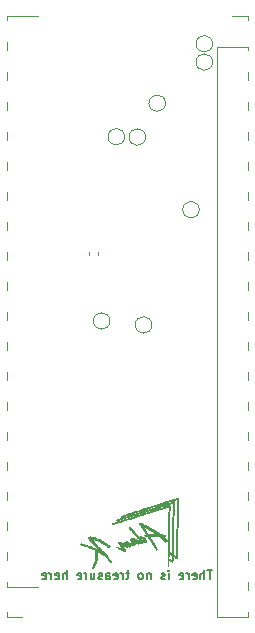
<source format=gbo>
G04 #@! TF.GenerationSoftware,KiCad,Pcbnew,(5.1.10)-1*
G04 #@! TF.CreationDate,2021-08-13T11:53:03+01:00*
G04 #@! TF.ProjectId,EnvOpenPico,456e764f-7065-46e5-9069-636f2e6b6963,REV1*
G04 #@! TF.SameCoordinates,Original*
G04 #@! TF.FileFunction,Legend,Bot*
G04 #@! TF.FilePolarity,Positive*
%FSLAX46Y46*%
G04 Gerber Fmt 4.6, Leading zero omitted, Abs format (unit mm)*
G04 Created by KiCad (PCBNEW (5.1.10)-1) date 2021-08-13 11:53:03*
%MOMM*%
%LPD*%
G01*
G04 APERTURE LIST*
%ADD10C,0.153000*%
%ADD11C,0.010000*%
%ADD12C,0.120000*%
%ADD13C,1.102000*%
%ADD14O,1.802000X1.802000*%
%ADD15C,1.802000*%
%ADD16C,0.752000*%
%ADD17O,1.102000X2.202000*%
%ADD18O,1.102000X1.702000*%
G04 APERTURE END LIST*
D10*
X110805400Y-104337685D02*
X110376828Y-104337685D01*
X110591114Y-105087685D02*
X110591114Y-104337685D01*
X110126828Y-105087685D02*
X110126828Y-104337685D01*
X109805400Y-105087685D02*
X109805400Y-104694828D01*
X109841114Y-104623400D01*
X109912542Y-104587685D01*
X110019685Y-104587685D01*
X110091114Y-104623400D01*
X110126828Y-104659114D01*
X109162542Y-105051971D02*
X109233971Y-105087685D01*
X109376828Y-105087685D01*
X109448257Y-105051971D01*
X109483971Y-104980542D01*
X109483971Y-104694828D01*
X109448257Y-104623400D01*
X109376828Y-104587685D01*
X109233971Y-104587685D01*
X109162542Y-104623400D01*
X109126828Y-104694828D01*
X109126828Y-104766257D01*
X109483971Y-104837685D01*
X108805400Y-105087685D02*
X108805400Y-104587685D01*
X108805400Y-104730542D02*
X108769685Y-104659114D01*
X108733971Y-104623400D01*
X108662542Y-104587685D01*
X108591114Y-104587685D01*
X108055400Y-105051971D02*
X108126828Y-105087685D01*
X108269685Y-105087685D01*
X108341114Y-105051971D01*
X108376828Y-104980542D01*
X108376828Y-104694828D01*
X108341114Y-104623400D01*
X108269685Y-104587685D01*
X108126828Y-104587685D01*
X108055400Y-104623400D01*
X108019685Y-104694828D01*
X108019685Y-104766257D01*
X108376828Y-104837685D01*
X107126828Y-105087685D02*
X107126828Y-104587685D01*
X107126828Y-104337685D02*
X107162542Y-104373400D01*
X107126828Y-104409114D01*
X107091114Y-104373400D01*
X107126828Y-104337685D01*
X107126828Y-104409114D01*
X106805400Y-105051971D02*
X106733971Y-105087685D01*
X106591114Y-105087685D01*
X106519685Y-105051971D01*
X106483971Y-104980542D01*
X106483971Y-104944828D01*
X106519685Y-104873400D01*
X106591114Y-104837685D01*
X106698257Y-104837685D01*
X106769685Y-104801971D01*
X106805400Y-104730542D01*
X106805400Y-104694828D01*
X106769685Y-104623400D01*
X106698257Y-104587685D01*
X106591114Y-104587685D01*
X106519685Y-104623400D01*
X105591114Y-104587685D02*
X105591114Y-105087685D01*
X105591114Y-104659114D02*
X105555400Y-104623400D01*
X105483971Y-104587685D01*
X105376828Y-104587685D01*
X105305400Y-104623400D01*
X105269685Y-104694828D01*
X105269685Y-105087685D01*
X104805400Y-105087685D02*
X104876828Y-105051971D01*
X104912542Y-105016257D01*
X104948257Y-104944828D01*
X104948257Y-104730542D01*
X104912542Y-104659114D01*
X104876828Y-104623400D01*
X104805400Y-104587685D01*
X104698257Y-104587685D01*
X104626828Y-104623400D01*
X104591114Y-104659114D01*
X104555400Y-104730542D01*
X104555400Y-104944828D01*
X104591114Y-105016257D01*
X104626828Y-105051971D01*
X104698257Y-105087685D01*
X104805400Y-105087685D01*
X103769685Y-104587685D02*
X103483971Y-104587685D01*
X103662542Y-104337685D02*
X103662542Y-104980542D01*
X103626828Y-105051971D01*
X103555400Y-105087685D01*
X103483971Y-105087685D01*
X103233971Y-105087685D02*
X103233971Y-104587685D01*
X103233971Y-104730542D02*
X103198257Y-104659114D01*
X103162542Y-104623400D01*
X103091114Y-104587685D01*
X103019685Y-104587685D01*
X102483971Y-105051971D02*
X102555400Y-105087685D01*
X102698257Y-105087685D01*
X102769685Y-105051971D01*
X102805400Y-104980542D01*
X102805400Y-104694828D01*
X102769685Y-104623400D01*
X102698257Y-104587685D01*
X102555400Y-104587685D01*
X102483971Y-104623400D01*
X102448257Y-104694828D01*
X102448257Y-104766257D01*
X102805400Y-104837685D01*
X101805400Y-105087685D02*
X101805400Y-104694828D01*
X101841114Y-104623400D01*
X101912542Y-104587685D01*
X102055400Y-104587685D01*
X102126828Y-104623400D01*
X101805400Y-105051971D02*
X101876828Y-105087685D01*
X102055400Y-105087685D01*
X102126828Y-105051971D01*
X102162542Y-104980542D01*
X102162542Y-104909114D01*
X102126828Y-104837685D01*
X102055400Y-104801971D01*
X101876828Y-104801971D01*
X101805400Y-104766257D01*
X101483971Y-105051971D02*
X101412542Y-105087685D01*
X101269685Y-105087685D01*
X101198257Y-105051971D01*
X101162542Y-104980542D01*
X101162542Y-104944828D01*
X101198257Y-104873400D01*
X101269685Y-104837685D01*
X101376828Y-104837685D01*
X101448257Y-104801971D01*
X101483971Y-104730542D01*
X101483971Y-104694828D01*
X101448257Y-104623400D01*
X101376828Y-104587685D01*
X101269685Y-104587685D01*
X101198257Y-104623400D01*
X100519685Y-104587685D02*
X100519685Y-105087685D01*
X100841114Y-104587685D02*
X100841114Y-104980542D01*
X100805400Y-105051971D01*
X100733971Y-105087685D01*
X100626828Y-105087685D01*
X100555400Y-105051971D01*
X100519685Y-105016257D01*
X100162542Y-105087685D02*
X100162542Y-104587685D01*
X100162542Y-104730542D02*
X100126828Y-104659114D01*
X100091114Y-104623400D01*
X100019685Y-104587685D01*
X99948257Y-104587685D01*
X99412542Y-105051971D02*
X99483971Y-105087685D01*
X99626828Y-105087685D01*
X99698257Y-105051971D01*
X99733971Y-104980542D01*
X99733971Y-104694828D01*
X99698257Y-104623400D01*
X99626828Y-104587685D01*
X99483971Y-104587685D01*
X99412542Y-104623400D01*
X99376828Y-104694828D01*
X99376828Y-104766257D01*
X99733971Y-104837685D01*
X98483971Y-105087685D02*
X98483971Y-104337685D01*
X98162542Y-105087685D02*
X98162542Y-104694828D01*
X98198257Y-104623400D01*
X98269685Y-104587685D01*
X98376828Y-104587685D01*
X98448257Y-104623400D01*
X98483971Y-104659114D01*
X97519685Y-105051971D02*
X97591114Y-105087685D01*
X97733971Y-105087685D01*
X97805400Y-105051971D01*
X97841114Y-104980542D01*
X97841114Y-104694828D01*
X97805400Y-104623400D01*
X97733971Y-104587685D01*
X97591114Y-104587685D01*
X97519685Y-104623400D01*
X97483971Y-104694828D01*
X97483971Y-104766257D01*
X97841114Y-104837685D01*
X97162542Y-105087685D02*
X97162542Y-104587685D01*
X97162542Y-104730542D02*
X97126828Y-104659114D01*
X97091114Y-104623400D01*
X97019685Y-104587685D01*
X96948257Y-104587685D01*
X96412542Y-105051971D02*
X96483971Y-105087685D01*
X96626828Y-105087685D01*
X96698257Y-105051971D01*
X96733971Y-104980542D01*
X96733971Y-104694828D01*
X96698257Y-104623400D01*
X96626828Y-104587685D01*
X96483971Y-104587685D01*
X96412542Y-104623400D01*
X96376828Y-104694828D01*
X96376828Y-104766257D01*
X96733971Y-104837685D01*
D11*
G36*
X104721826Y-100312495D02*
G01*
X104678342Y-100325829D01*
X104654871Y-100348175D01*
X104651818Y-100383078D01*
X104669583Y-100434083D01*
X104708572Y-100504734D01*
X104751288Y-100571696D01*
X104802546Y-100649992D01*
X104854259Y-100730019D01*
X104899290Y-100800685D01*
X104922925Y-100838493D01*
X104958659Y-100895770D01*
X105005898Y-100970534D01*
X105057716Y-101051861D01*
X105094668Y-101109426D01*
X105137400Y-101177427D01*
X105172364Y-101236266D01*
X105195873Y-101279514D01*
X105204243Y-101300458D01*
X105200772Y-101316053D01*
X105184226Y-101327357D01*
X105146631Y-101338396D01*
X105114682Y-101345684D01*
X105078623Y-101361806D01*
X105072437Y-101384456D01*
X105094847Y-101412462D01*
X105148795Y-101430397D01*
X105232344Y-101437939D01*
X105302314Y-101439627D01*
X105459914Y-101680927D01*
X105591829Y-101882658D01*
X105706043Y-102056788D01*
X105803151Y-102204211D01*
X105883753Y-102325823D01*
X105948446Y-102422520D01*
X105997826Y-102495195D01*
X106032493Y-102544745D01*
X106053042Y-102572065D01*
X106058808Y-102578134D01*
X106090293Y-102589752D01*
X106110981Y-102570099D01*
X106114110Y-102562758D01*
X106111542Y-102533342D01*
X106093309Y-102481678D01*
X106062355Y-102413812D01*
X106021623Y-102335792D01*
X105974057Y-102253665D01*
X105929925Y-102184356D01*
X105897539Y-102134581D01*
X105874300Y-102096430D01*
X105865114Y-102077966D01*
X105865107Y-102077813D01*
X105856006Y-102061064D01*
X105831164Y-102022195D01*
X105794266Y-101966823D01*
X105749001Y-101900565D01*
X105744243Y-101893681D01*
X105688408Y-101810698D01*
X105631432Y-101722142D01*
X105580840Y-101639906D01*
X105550643Y-101587782D01*
X105516378Y-101524985D01*
X105497150Y-101485115D01*
X105491240Y-101461668D01*
X105496928Y-101448141D01*
X105511231Y-101438704D01*
X105541461Y-101432346D01*
X105603598Y-101427915D01*
X105695731Y-101425470D01*
X105815954Y-101425071D01*
X105913865Y-101426015D01*
X106283175Y-101431160D01*
X106365127Y-101498350D01*
X106407766Y-101535022D01*
X106467582Y-101588762D01*
X106537445Y-101653057D01*
X106610221Y-101721397D01*
X106629395Y-101739650D01*
X106708428Y-101813460D01*
X106768058Y-101864974D01*
X106811760Y-101896864D01*
X106843013Y-101911802D01*
X106855989Y-101913760D01*
X106923733Y-101899799D01*
X106973384Y-101860334D01*
X106983710Y-101844152D01*
X106989125Y-101827500D01*
X106984896Y-101808526D01*
X106967623Y-101782671D01*
X106933906Y-101745376D01*
X106880345Y-101692083D01*
X106844398Y-101657376D01*
X106783704Y-101597031D01*
X106738268Y-101547711D01*
X106711322Y-101513184D01*
X106706100Y-101497219D01*
X106706690Y-101496868D01*
X106746869Y-101472875D01*
X106784553Y-101440052D01*
X106809198Y-101408450D01*
X106813373Y-101395200D01*
X106796734Y-101368880D01*
X106747929Y-101344606D01*
X106668629Y-101322976D01*
X106560504Y-101304585D01*
X106558823Y-101304358D01*
X106506743Y-101296870D01*
X106464213Y-101288412D01*
X106425117Y-101276136D01*
X106383341Y-101257193D01*
X106378568Y-101254507D01*
X106034440Y-101254507D01*
X106018736Y-101260914D01*
X105976453Y-101267966D01*
X105914840Y-101274625D01*
X105869340Y-101278153D01*
X105795672Y-101283447D01*
X105733197Y-101288630D01*
X105690719Y-101292936D01*
X105678840Y-101294702D01*
X105650434Y-101297591D01*
X105598488Y-101300186D01*
X105533331Y-101301995D01*
X105521252Y-101302196D01*
X105453974Y-101302442D01*
X105410829Y-101298909D01*
X105382097Y-101288869D01*
X105358060Y-101269596D01*
X105341095Y-101251640D01*
X105312988Y-101214389D01*
X105275544Y-101155925D01*
X105234422Y-101085398D01*
X105207520Y-101035740D01*
X105161477Y-100949136D01*
X105110577Y-100855393D01*
X105063091Y-100769676D01*
X105044777Y-100737303D01*
X105010893Y-100676772D01*
X104984588Y-100627491D01*
X104969656Y-100596678D01*
X104967640Y-100590478D01*
X104981092Y-100590679D01*
X105018051Y-100606367D01*
X105073423Y-100634897D01*
X105142110Y-100673622D01*
X105219019Y-100719896D01*
X105230107Y-100726797D01*
X105300669Y-100770214D01*
X105381114Y-100818705D01*
X105441773Y-100854580D01*
X105500792Y-100890266D01*
X105572766Y-100935666D01*
X105652831Y-100987497D01*
X105736122Y-101042475D01*
X105817772Y-101097318D01*
X105892915Y-101148741D01*
X105956687Y-101193462D01*
X106004221Y-101228197D01*
X106030651Y-101249663D01*
X106034440Y-101254507D01*
X106378568Y-101254507D01*
X106332771Y-101228735D01*
X106267292Y-101187914D01*
X106180791Y-101131883D01*
X106161440Y-101119260D01*
X106020657Y-101029016D01*
X105873422Y-100937565D01*
X105724009Y-100847343D01*
X105576695Y-100760785D01*
X105435756Y-100680327D01*
X105305466Y-100608406D01*
X105190103Y-100547457D01*
X105093940Y-100499917D01*
X105021255Y-100468222D01*
X105013801Y-100465410D01*
X104953673Y-100436191D01*
X104889094Y-100394325D01*
X104856751Y-100368565D01*
X104810819Y-100330701D01*
X104777402Y-100312439D01*
X104745356Y-100309149D01*
X104721826Y-100312495D01*
G37*
X104721826Y-100312495D02*
X104678342Y-100325829D01*
X104654871Y-100348175D01*
X104651818Y-100383078D01*
X104669583Y-100434083D01*
X104708572Y-100504734D01*
X104751288Y-100571696D01*
X104802546Y-100649992D01*
X104854259Y-100730019D01*
X104899290Y-100800685D01*
X104922925Y-100838493D01*
X104958659Y-100895770D01*
X105005898Y-100970534D01*
X105057716Y-101051861D01*
X105094668Y-101109426D01*
X105137400Y-101177427D01*
X105172364Y-101236266D01*
X105195873Y-101279514D01*
X105204243Y-101300458D01*
X105200772Y-101316053D01*
X105184226Y-101327357D01*
X105146631Y-101338396D01*
X105114682Y-101345684D01*
X105078623Y-101361806D01*
X105072437Y-101384456D01*
X105094847Y-101412462D01*
X105148795Y-101430397D01*
X105232344Y-101437939D01*
X105302314Y-101439627D01*
X105459914Y-101680927D01*
X105591829Y-101882658D01*
X105706043Y-102056788D01*
X105803151Y-102204211D01*
X105883753Y-102325823D01*
X105948446Y-102422520D01*
X105997826Y-102495195D01*
X106032493Y-102544745D01*
X106053042Y-102572065D01*
X106058808Y-102578134D01*
X106090293Y-102589752D01*
X106110981Y-102570099D01*
X106114110Y-102562758D01*
X106111542Y-102533342D01*
X106093309Y-102481678D01*
X106062355Y-102413812D01*
X106021623Y-102335792D01*
X105974057Y-102253665D01*
X105929925Y-102184356D01*
X105897539Y-102134581D01*
X105874300Y-102096430D01*
X105865114Y-102077966D01*
X105865107Y-102077813D01*
X105856006Y-102061064D01*
X105831164Y-102022195D01*
X105794266Y-101966823D01*
X105749001Y-101900565D01*
X105744243Y-101893681D01*
X105688408Y-101810698D01*
X105631432Y-101722142D01*
X105580840Y-101639906D01*
X105550643Y-101587782D01*
X105516378Y-101524985D01*
X105497150Y-101485115D01*
X105491240Y-101461668D01*
X105496928Y-101448141D01*
X105511231Y-101438704D01*
X105541461Y-101432346D01*
X105603598Y-101427915D01*
X105695731Y-101425470D01*
X105815954Y-101425071D01*
X105913865Y-101426015D01*
X106283175Y-101431160D01*
X106365127Y-101498350D01*
X106407766Y-101535022D01*
X106467582Y-101588762D01*
X106537445Y-101653057D01*
X106610221Y-101721397D01*
X106629395Y-101739650D01*
X106708428Y-101813460D01*
X106768058Y-101864974D01*
X106811760Y-101896864D01*
X106843013Y-101911802D01*
X106855989Y-101913760D01*
X106923733Y-101899799D01*
X106973384Y-101860334D01*
X106983710Y-101844152D01*
X106989125Y-101827500D01*
X106984896Y-101808526D01*
X106967623Y-101782671D01*
X106933906Y-101745376D01*
X106880345Y-101692083D01*
X106844398Y-101657376D01*
X106783704Y-101597031D01*
X106738268Y-101547711D01*
X106711322Y-101513184D01*
X106706100Y-101497219D01*
X106706690Y-101496868D01*
X106746869Y-101472875D01*
X106784553Y-101440052D01*
X106809198Y-101408450D01*
X106813373Y-101395200D01*
X106796734Y-101368880D01*
X106747929Y-101344606D01*
X106668629Y-101322976D01*
X106560504Y-101304585D01*
X106558823Y-101304358D01*
X106506743Y-101296870D01*
X106464213Y-101288412D01*
X106425117Y-101276136D01*
X106383341Y-101257193D01*
X106378568Y-101254507D01*
X106034440Y-101254507D01*
X106018736Y-101260914D01*
X105976453Y-101267966D01*
X105914840Y-101274625D01*
X105869340Y-101278153D01*
X105795672Y-101283447D01*
X105733197Y-101288630D01*
X105690719Y-101292936D01*
X105678840Y-101294702D01*
X105650434Y-101297591D01*
X105598488Y-101300186D01*
X105533331Y-101301995D01*
X105521252Y-101302196D01*
X105453974Y-101302442D01*
X105410829Y-101298909D01*
X105382097Y-101288869D01*
X105358060Y-101269596D01*
X105341095Y-101251640D01*
X105312988Y-101214389D01*
X105275544Y-101155925D01*
X105234422Y-101085398D01*
X105207520Y-101035740D01*
X105161477Y-100949136D01*
X105110577Y-100855393D01*
X105063091Y-100769676D01*
X105044777Y-100737303D01*
X105010893Y-100676772D01*
X104984588Y-100627491D01*
X104969656Y-100596678D01*
X104967640Y-100590478D01*
X104981092Y-100590679D01*
X105018051Y-100606367D01*
X105073423Y-100634897D01*
X105142110Y-100673622D01*
X105219019Y-100719896D01*
X105230107Y-100726797D01*
X105300669Y-100770214D01*
X105381114Y-100818705D01*
X105441773Y-100854580D01*
X105500792Y-100890266D01*
X105572766Y-100935666D01*
X105652831Y-100987497D01*
X105736122Y-101042475D01*
X105817772Y-101097318D01*
X105892915Y-101148741D01*
X105956687Y-101193462D01*
X106004221Y-101228197D01*
X106030651Y-101249663D01*
X106034440Y-101254507D01*
X106378568Y-101254507D01*
X106332771Y-101228735D01*
X106267292Y-101187914D01*
X106180791Y-101131883D01*
X106161440Y-101119260D01*
X106020657Y-101029016D01*
X105873422Y-100937565D01*
X105724009Y-100847343D01*
X105576695Y-100760785D01*
X105435756Y-100680327D01*
X105305466Y-100608406D01*
X105190103Y-100547457D01*
X105093940Y-100499917D01*
X105021255Y-100468222D01*
X105013801Y-100465410D01*
X104953673Y-100436191D01*
X104889094Y-100394325D01*
X104856751Y-100368565D01*
X104810819Y-100330701D01*
X104777402Y-100312439D01*
X104745356Y-100309149D01*
X104721826Y-100312495D01*
G36*
X103840422Y-100684455D02*
G01*
X103828873Y-100686739D01*
X103787342Y-100696969D01*
X103761800Y-100705651D01*
X103761140Y-100706017D01*
X103748457Y-100726244D01*
X103758761Y-100760395D01*
X103793260Y-100810651D01*
X103853164Y-100879193D01*
X103862740Y-100889413D01*
X103917680Y-100948554D01*
X103986726Y-101024176D01*
X104061698Y-101107257D01*
X104134418Y-101188776D01*
X104146374Y-101202288D01*
X104250623Y-101320055D01*
X104337626Y-101417751D01*
X104412360Y-101500857D01*
X104479803Y-101574858D01*
X104544931Y-101645236D01*
X104612722Y-101717474D01*
X104645111Y-101751721D01*
X104698179Y-101809660D01*
X104739320Y-101858359D01*
X104764713Y-101893000D01*
X104770537Y-101908765D01*
X104769944Y-101909103D01*
X104754993Y-101907988D01*
X104725729Y-101897918D01*
X104679303Y-101877549D01*
X104612866Y-101845535D01*
X104523571Y-101800532D01*
X104408570Y-101741194D01*
X104353271Y-101712381D01*
X104275653Y-101672991D01*
X104218197Y-101647613D01*
X104171758Y-101633286D01*
X104127192Y-101627049D01*
X104086234Y-101625893D01*
X104014419Y-101630199D01*
X103959139Y-101645919D01*
X103916543Y-101669004D01*
X103882134Y-101693281D01*
X103863154Y-101716859D01*
X103860879Y-101744823D01*
X103876586Y-101782259D01*
X103911551Y-101834254D01*
X103967051Y-101905893D01*
X103980087Y-101922227D01*
X104088465Y-102057693D01*
X104029373Y-102062898D01*
X103982811Y-102060653D01*
X103918505Y-102049717D01*
X103853302Y-102033264D01*
X103790437Y-102015863D01*
X103736858Y-102003374D01*
X103703898Y-101998431D01*
X103703370Y-101998427D01*
X103672633Y-101986844D01*
X103632360Y-101957488D01*
X103612973Y-101939160D01*
X103573560Y-101904192D01*
X103538927Y-101882908D01*
X103527058Y-101879893D01*
X103489017Y-101894275D01*
X103467490Y-101928823D01*
X103468348Y-101962379D01*
X103472334Y-101983731D01*
X103459683Y-101988215D01*
X103423180Y-101978755D01*
X103363678Y-101971765D01*
X103309786Y-101984180D01*
X103272033Y-102012486D01*
X103262227Y-102032497D01*
X103252412Y-102055942D01*
X103235005Y-102063543D01*
X103203643Y-102054557D01*
X103151967Y-102028242D01*
X103132435Y-102017355D01*
X103052752Y-101978327D01*
X102976020Y-101951047D01*
X102909489Y-101937287D01*
X102860409Y-101938818D01*
X102843545Y-101946765D01*
X102821279Y-101979145D01*
X102817107Y-101998762D01*
X102827977Y-102020205D01*
X102858266Y-102062226D01*
X102904491Y-102120455D01*
X102963168Y-102190520D01*
X103030816Y-102268051D01*
X103038961Y-102277190D01*
X103106521Y-102353719D01*
X103164904Y-102421571D01*
X103210836Y-102476798D01*
X103241044Y-102515450D01*
X103252254Y-102533578D01*
X103252090Y-102534288D01*
X103234158Y-102531308D01*
X103191155Y-102517027D01*
X103129078Y-102493624D01*
X103053923Y-102463279D01*
X103034807Y-102455290D01*
X102951664Y-102421459D01*
X102874481Y-102392109D01*
X102811280Y-102370157D01*
X102770086Y-102358517D01*
X102766915Y-102357938D01*
X102707580Y-102348309D01*
X102734331Y-102389268D01*
X102757008Y-102408760D01*
X102804290Y-102439508D01*
X102870143Y-102478335D01*
X102948534Y-102522065D01*
X103033429Y-102567522D01*
X103118796Y-102611530D01*
X103198600Y-102650912D01*
X103266809Y-102682492D01*
X103317389Y-102703095D01*
X103342880Y-102709627D01*
X103375619Y-102697801D01*
X103397154Y-102679993D01*
X103422459Y-102639313D01*
X103429472Y-102587238D01*
X103428713Y-102567857D01*
X103416661Y-102543363D01*
X103385528Y-102501268D01*
X103340269Y-102447832D01*
X103294729Y-102398524D01*
X103226151Y-102325400D01*
X103162657Y-102254743D01*
X103108201Y-102191249D01*
X103066737Y-102139613D01*
X103042219Y-102104533D01*
X103037240Y-102092700D01*
X103050729Y-102093060D01*
X103087629Y-102108435D01*
X103142590Y-102135958D01*
X103210262Y-102172764D01*
X103285296Y-102215983D01*
X103362342Y-102262750D01*
X103404572Y-102289550D01*
X103475311Y-102334242D01*
X103524262Y-102361986D01*
X103557334Y-102375322D01*
X103580436Y-102376792D01*
X103595072Y-102371478D01*
X103623602Y-102339260D01*
X103627460Y-102291354D01*
X103606655Y-102235258D01*
X103594887Y-102216941D01*
X103575561Y-102182116D01*
X103578643Y-102167519D01*
X103599553Y-102172914D01*
X103633715Y-102198066D01*
X103656372Y-102220107D01*
X103700797Y-102262985D01*
X103745893Y-102300900D01*
X103752662Y-102305919D01*
X103802066Y-102330004D01*
X103839206Y-102327539D01*
X103861581Y-102304401D01*
X103866692Y-102266468D01*
X103852037Y-102219618D01*
X103815117Y-102169728D01*
X103811940Y-102166573D01*
X103782209Y-102134989D01*
X103778354Y-102123078D01*
X103790773Y-102125767D01*
X103904309Y-102164424D01*
X104002225Y-102188549D01*
X104079271Y-102197014D01*
X104111246Y-102194514D01*
X104163111Y-102176478D01*
X104209123Y-102146642D01*
X104241157Y-102112095D01*
X104251086Y-102079929D01*
X104249496Y-102073873D01*
X104233636Y-102034735D01*
X104229433Y-102024360D01*
X104231627Y-102013746D01*
X104254772Y-102016571D01*
X104302945Y-102033581D01*
X104322230Y-102041293D01*
X104421380Y-102072799D01*
X104507626Y-102082704D01*
X104576294Y-102070921D01*
X104614548Y-102046719D01*
X104644994Y-102022779D01*
X104670669Y-102023664D01*
X104682651Y-102030160D01*
X104719325Y-102044986D01*
X104771538Y-102057481D01*
X104787124Y-102059947D01*
X104835202Y-102063769D01*
X104866689Y-102054164D01*
X104897600Y-102024903D01*
X104907772Y-102013005D01*
X104936048Y-101982182D01*
X104962664Y-101965123D01*
X104998920Y-101957780D01*
X105056114Y-101956106D01*
X105066633Y-101956093D01*
X105127483Y-101954908D01*
X105164031Y-101949283D01*
X105185816Y-101936116D01*
X105188552Y-101932181D01*
X104442305Y-101932181D01*
X104420966Y-101928917D01*
X104371290Y-101909937D01*
X104292694Y-101875197D01*
X104214332Y-101838734D01*
X104119842Y-101792208D01*
X104056861Y-101756529D01*
X104024944Y-101731334D01*
X104023643Y-101716258D01*
X104052512Y-101710937D01*
X104057474Y-101710932D01*
X104112111Y-101722278D01*
X104185474Y-101753459D01*
X104271295Y-101801455D01*
X104342106Y-101848100D01*
X104402294Y-101891730D01*
X104435887Y-101919771D01*
X104442305Y-101932181D01*
X105188552Y-101932181D01*
X105202376Y-101912303D01*
X105202632Y-101911850D01*
X105215970Y-101869909D01*
X105211303Y-101839880D01*
X105064247Y-101839880D01*
X105052198Y-101844420D01*
X105024497Y-101838560D01*
X104982467Y-101823152D01*
X104926989Y-101796670D01*
X104891440Y-101777146D01*
X104812442Y-101721664D01*
X104762264Y-101662282D01*
X104738082Y-101602705D01*
X104735217Y-101567520D01*
X104748306Y-101558160D01*
X104776586Y-101569314D01*
X104821593Y-101598881D01*
X104876416Y-101641020D01*
X104934146Y-101689891D01*
X104987872Y-101739651D01*
X105030687Y-101784459D01*
X105055232Y-101817626D01*
X105064247Y-101839880D01*
X105211303Y-101839880D01*
X105208644Y-101822776D01*
X105178763Y-101766373D01*
X105124439Y-101696621D01*
X105080128Y-101647525D01*
X104983984Y-101554341D01*
X104897311Y-101491697D01*
X104817391Y-101458535D01*
X104741510Y-101453796D01*
X104666951Y-101476423D01*
X104655685Y-101482127D01*
X104578288Y-101523279D01*
X104286131Y-101191269D01*
X104177925Y-101068006D01*
X104090339Y-100967455D01*
X104021355Y-100887137D01*
X103968956Y-100824575D01*
X103931127Y-100777289D01*
X103905850Y-100742801D01*
X103891108Y-100718633D01*
X103884886Y-100702305D01*
X103884331Y-100697448D01*
X103874141Y-100683280D01*
X103840422Y-100684455D01*
G37*
X103840422Y-100684455D02*
X103828873Y-100686739D01*
X103787342Y-100696969D01*
X103761800Y-100705651D01*
X103761140Y-100706017D01*
X103748457Y-100726244D01*
X103758761Y-100760395D01*
X103793260Y-100810651D01*
X103853164Y-100879193D01*
X103862740Y-100889413D01*
X103917680Y-100948554D01*
X103986726Y-101024176D01*
X104061698Y-101107257D01*
X104134418Y-101188776D01*
X104146374Y-101202288D01*
X104250623Y-101320055D01*
X104337626Y-101417751D01*
X104412360Y-101500857D01*
X104479803Y-101574858D01*
X104544931Y-101645236D01*
X104612722Y-101717474D01*
X104645111Y-101751721D01*
X104698179Y-101809660D01*
X104739320Y-101858359D01*
X104764713Y-101893000D01*
X104770537Y-101908765D01*
X104769944Y-101909103D01*
X104754993Y-101907988D01*
X104725729Y-101897918D01*
X104679303Y-101877549D01*
X104612866Y-101845535D01*
X104523571Y-101800532D01*
X104408570Y-101741194D01*
X104353271Y-101712381D01*
X104275653Y-101672991D01*
X104218197Y-101647613D01*
X104171758Y-101633286D01*
X104127192Y-101627049D01*
X104086234Y-101625893D01*
X104014419Y-101630199D01*
X103959139Y-101645919D01*
X103916543Y-101669004D01*
X103882134Y-101693281D01*
X103863154Y-101716859D01*
X103860879Y-101744823D01*
X103876586Y-101782259D01*
X103911551Y-101834254D01*
X103967051Y-101905893D01*
X103980087Y-101922227D01*
X104088465Y-102057693D01*
X104029373Y-102062898D01*
X103982811Y-102060653D01*
X103918505Y-102049717D01*
X103853302Y-102033264D01*
X103790437Y-102015863D01*
X103736858Y-102003374D01*
X103703898Y-101998431D01*
X103703370Y-101998427D01*
X103672633Y-101986844D01*
X103632360Y-101957488D01*
X103612973Y-101939160D01*
X103573560Y-101904192D01*
X103538927Y-101882908D01*
X103527058Y-101879893D01*
X103489017Y-101894275D01*
X103467490Y-101928823D01*
X103468348Y-101962379D01*
X103472334Y-101983731D01*
X103459683Y-101988215D01*
X103423180Y-101978755D01*
X103363678Y-101971765D01*
X103309786Y-101984180D01*
X103272033Y-102012486D01*
X103262227Y-102032497D01*
X103252412Y-102055942D01*
X103235005Y-102063543D01*
X103203643Y-102054557D01*
X103151967Y-102028242D01*
X103132435Y-102017355D01*
X103052752Y-101978327D01*
X102976020Y-101951047D01*
X102909489Y-101937287D01*
X102860409Y-101938818D01*
X102843545Y-101946765D01*
X102821279Y-101979145D01*
X102817107Y-101998762D01*
X102827977Y-102020205D01*
X102858266Y-102062226D01*
X102904491Y-102120455D01*
X102963168Y-102190520D01*
X103030816Y-102268051D01*
X103038961Y-102277190D01*
X103106521Y-102353719D01*
X103164904Y-102421571D01*
X103210836Y-102476798D01*
X103241044Y-102515450D01*
X103252254Y-102533578D01*
X103252090Y-102534288D01*
X103234158Y-102531308D01*
X103191155Y-102517027D01*
X103129078Y-102493624D01*
X103053923Y-102463279D01*
X103034807Y-102455290D01*
X102951664Y-102421459D01*
X102874481Y-102392109D01*
X102811280Y-102370157D01*
X102770086Y-102358517D01*
X102766915Y-102357938D01*
X102707580Y-102348309D01*
X102734331Y-102389268D01*
X102757008Y-102408760D01*
X102804290Y-102439508D01*
X102870143Y-102478335D01*
X102948534Y-102522065D01*
X103033429Y-102567522D01*
X103118796Y-102611530D01*
X103198600Y-102650912D01*
X103266809Y-102682492D01*
X103317389Y-102703095D01*
X103342880Y-102709627D01*
X103375619Y-102697801D01*
X103397154Y-102679993D01*
X103422459Y-102639313D01*
X103429472Y-102587238D01*
X103428713Y-102567857D01*
X103416661Y-102543363D01*
X103385528Y-102501268D01*
X103340269Y-102447832D01*
X103294729Y-102398524D01*
X103226151Y-102325400D01*
X103162657Y-102254743D01*
X103108201Y-102191249D01*
X103066737Y-102139613D01*
X103042219Y-102104533D01*
X103037240Y-102092700D01*
X103050729Y-102093060D01*
X103087629Y-102108435D01*
X103142590Y-102135958D01*
X103210262Y-102172764D01*
X103285296Y-102215983D01*
X103362342Y-102262750D01*
X103404572Y-102289550D01*
X103475311Y-102334242D01*
X103524262Y-102361986D01*
X103557334Y-102375322D01*
X103580436Y-102376792D01*
X103595072Y-102371478D01*
X103623602Y-102339260D01*
X103627460Y-102291354D01*
X103606655Y-102235258D01*
X103594887Y-102216941D01*
X103575561Y-102182116D01*
X103578643Y-102167519D01*
X103599553Y-102172914D01*
X103633715Y-102198066D01*
X103656372Y-102220107D01*
X103700797Y-102262985D01*
X103745893Y-102300900D01*
X103752662Y-102305919D01*
X103802066Y-102330004D01*
X103839206Y-102327539D01*
X103861581Y-102304401D01*
X103866692Y-102266468D01*
X103852037Y-102219618D01*
X103815117Y-102169728D01*
X103811940Y-102166573D01*
X103782209Y-102134989D01*
X103778354Y-102123078D01*
X103790773Y-102125767D01*
X103904309Y-102164424D01*
X104002225Y-102188549D01*
X104079271Y-102197014D01*
X104111246Y-102194514D01*
X104163111Y-102176478D01*
X104209123Y-102146642D01*
X104241157Y-102112095D01*
X104251086Y-102079929D01*
X104249496Y-102073873D01*
X104233636Y-102034735D01*
X104229433Y-102024360D01*
X104231627Y-102013746D01*
X104254772Y-102016571D01*
X104302945Y-102033581D01*
X104322230Y-102041293D01*
X104421380Y-102072799D01*
X104507626Y-102082704D01*
X104576294Y-102070921D01*
X104614548Y-102046719D01*
X104644994Y-102022779D01*
X104670669Y-102023664D01*
X104682651Y-102030160D01*
X104719325Y-102044986D01*
X104771538Y-102057481D01*
X104787124Y-102059947D01*
X104835202Y-102063769D01*
X104866689Y-102054164D01*
X104897600Y-102024903D01*
X104907772Y-102013005D01*
X104936048Y-101982182D01*
X104962664Y-101965123D01*
X104998920Y-101957780D01*
X105056114Y-101956106D01*
X105066633Y-101956093D01*
X105127483Y-101954908D01*
X105164031Y-101949283D01*
X105185816Y-101936116D01*
X105188552Y-101932181D01*
X104442305Y-101932181D01*
X104420966Y-101928917D01*
X104371290Y-101909937D01*
X104292694Y-101875197D01*
X104214332Y-101838734D01*
X104119842Y-101792208D01*
X104056861Y-101756529D01*
X104024944Y-101731334D01*
X104023643Y-101716258D01*
X104052512Y-101710937D01*
X104057474Y-101710932D01*
X104112111Y-101722278D01*
X104185474Y-101753459D01*
X104271295Y-101801455D01*
X104342106Y-101848100D01*
X104402294Y-101891730D01*
X104435887Y-101919771D01*
X104442305Y-101932181D01*
X105188552Y-101932181D01*
X105202376Y-101912303D01*
X105202632Y-101911850D01*
X105215970Y-101869909D01*
X105211303Y-101839880D01*
X105064247Y-101839880D01*
X105052198Y-101844420D01*
X105024497Y-101838560D01*
X104982467Y-101823152D01*
X104926989Y-101796670D01*
X104891440Y-101777146D01*
X104812442Y-101721664D01*
X104762264Y-101662282D01*
X104738082Y-101602705D01*
X104735217Y-101567520D01*
X104748306Y-101558160D01*
X104776586Y-101569314D01*
X104821593Y-101598881D01*
X104876416Y-101641020D01*
X104934146Y-101689891D01*
X104987872Y-101739651D01*
X105030687Y-101784459D01*
X105055232Y-101817626D01*
X105064247Y-101839880D01*
X105211303Y-101839880D01*
X105208644Y-101822776D01*
X105178763Y-101766373D01*
X105124439Y-101696621D01*
X105080128Y-101647525D01*
X104983984Y-101554341D01*
X104897311Y-101491697D01*
X104817391Y-101458535D01*
X104741510Y-101453796D01*
X104666951Y-101476423D01*
X104655685Y-101482127D01*
X104578288Y-101523279D01*
X104286131Y-101191269D01*
X104177925Y-101068006D01*
X104090339Y-100967455D01*
X104021355Y-100887137D01*
X103968956Y-100824575D01*
X103931127Y-100777289D01*
X103905850Y-100742801D01*
X103891108Y-100718633D01*
X103884886Y-100702305D01*
X103884331Y-100697448D01*
X103874141Y-100683280D01*
X103840422Y-100684455D01*
G36*
X107839536Y-98227968D02*
G01*
X107753689Y-98250979D01*
X107636440Y-98286327D01*
X107581263Y-98303755D01*
X107482443Y-98335270D01*
X107358658Y-98374711D01*
X107217221Y-98419752D01*
X107065445Y-98468062D01*
X106910643Y-98517315D01*
X106760128Y-98565183D01*
X106720240Y-98577863D01*
X106576561Y-98623576D01*
X106430458Y-98670128D01*
X106288392Y-98715457D01*
X106156823Y-98757499D01*
X106042211Y-98794191D01*
X105951016Y-98823470D01*
X105924373Y-98832053D01*
X105870400Y-98849384D01*
X105787446Y-98875913D01*
X105678810Y-98910592D01*
X105547789Y-98952370D01*
X105397682Y-99000200D01*
X105231788Y-99053031D01*
X105053404Y-99109815D01*
X104865830Y-99169503D01*
X104672362Y-99231045D01*
X104476300Y-99293392D01*
X104280942Y-99355496D01*
X104089587Y-99416306D01*
X103905531Y-99474775D01*
X103732075Y-99529852D01*
X103572515Y-99580489D01*
X103430151Y-99625636D01*
X103308280Y-99664245D01*
X103274307Y-99674998D01*
X103187453Y-99704114D01*
X103119396Y-99730235D01*
X103074821Y-99751400D01*
X103058463Y-99765298D01*
X103068842Y-99787631D01*
X103099955Y-99819073D01*
X103124943Y-99838433D01*
X103161770Y-99867169D01*
X103180476Y-99887481D01*
X103179920Y-99893295D01*
X103158931Y-99899943D01*
X103111799Y-99914812D01*
X103044688Y-99935958D01*
X102963762Y-99961439D01*
X102927831Y-99972748D01*
X102843832Y-100000229D01*
X102772139Y-100025670D01*
X102718633Y-100046829D01*
X102689199Y-100061462D01*
X102685423Y-100065144D01*
X102694521Y-100084470D01*
X102724359Y-100114175D01*
X102749140Y-100133644D01*
X102789082Y-100165007D01*
X102814504Y-100189631D01*
X102819267Y-100197875D01*
X102804151Y-100207495D01*
X102762227Y-100224883D01*
X102699088Y-100247946D01*
X102620325Y-100274593D01*
X102577093Y-100288522D01*
X102469694Y-100324045D01*
X102394200Y-100352464D01*
X102349508Y-100374241D01*
X102334512Y-100389840D01*
X102334507Y-100390068D01*
X102334804Y-100401606D01*
X102337209Y-100410833D01*
X102343995Y-100417143D01*
X102357431Y-100419934D01*
X102379791Y-100418600D01*
X102413344Y-100412538D01*
X102460363Y-100401143D01*
X102523119Y-100383812D01*
X102603883Y-100359939D01*
X102704927Y-100328921D01*
X102828522Y-100290154D01*
X102976940Y-100243032D01*
X103152451Y-100186953D01*
X103357328Y-100121312D01*
X103418240Y-100101785D01*
X103650843Y-100027339D01*
X103369574Y-100027339D01*
X103369428Y-100029350D01*
X103350687Y-100037839D01*
X103307267Y-100053905D01*
X103246810Y-100075010D01*
X103176956Y-100098615D01*
X103105348Y-100122181D01*
X103039626Y-100143170D01*
X102987433Y-100159042D01*
X102956408Y-100167259D01*
X102952573Y-100167842D01*
X102923580Y-100158898D01*
X102884446Y-100134759D01*
X102876373Y-100128513D01*
X102845744Y-100100258D01*
X102841714Y-100084373D01*
X102850973Y-100078743D01*
X102876390Y-100070416D01*
X102926815Y-100054268D01*
X102994947Y-100032627D01*
X103073478Y-100007822D01*
X103270583Y-99945726D01*
X103323037Y-99984507D01*
X103354962Y-100010525D01*
X103369574Y-100027339D01*
X103650843Y-100027339D01*
X103747542Y-99996390D01*
X104101776Y-99883340D01*
X104482798Y-99762044D01*
X104892463Y-99631912D01*
X105331707Y-99492645D01*
X105412510Y-99467001D01*
X105519117Y-99433098D01*
X105645075Y-99392994D01*
X105783931Y-99348743D01*
X105929232Y-99302401D01*
X106074523Y-99256026D01*
X106127574Y-99239082D01*
X106329277Y-99174669D01*
X106501144Y-99119852D01*
X106645589Y-99073896D01*
X106765029Y-99036065D01*
X106861880Y-99005626D01*
X106938556Y-98981843D01*
X106997474Y-98963982D01*
X107041050Y-98951306D01*
X107071699Y-98943083D01*
X107091836Y-98938576D01*
X107103879Y-98937052D01*
X107110242Y-98937774D01*
X107112773Y-98939382D01*
X107114491Y-98957926D01*
X107115319Y-99006970D01*
X107115294Y-99083161D01*
X107114452Y-99183145D01*
X107112832Y-99303568D01*
X107110471Y-99441077D01*
X107107405Y-99592317D01*
X107103762Y-99750265D01*
X107092318Y-100224566D01*
X107081774Y-100672730D01*
X107072137Y-101094253D01*
X107063416Y-101488627D01*
X107055620Y-101855345D01*
X107048756Y-102193902D01*
X107042834Y-102503791D01*
X107037861Y-102784505D01*
X107033847Y-103035537D01*
X107030799Y-103256382D01*
X107028726Y-103446533D01*
X107027637Y-103605483D01*
X107027541Y-103732725D01*
X107028444Y-103827754D01*
X107030357Y-103890063D01*
X107033287Y-103919145D01*
X107034116Y-103921093D01*
X107063109Y-103944216D01*
X107088446Y-103935926D01*
X107089951Y-103934471D01*
X107093857Y-103914446D01*
X107097178Y-103866686D01*
X107099657Y-103797319D01*
X107101039Y-103712476D01*
X107101240Y-103663538D01*
X107101797Y-103574104D01*
X107103334Y-103497986D01*
X107105649Y-103440972D01*
X107108539Y-103408851D01*
X107110301Y-103403893D01*
X107126692Y-103413480D01*
X107164067Y-103439437D01*
X107216508Y-103477562D01*
X107265789Y-103514342D01*
X107326981Y-103558787D01*
X107379169Y-103593520D01*
X107416050Y-103614539D01*
X107430295Y-103618795D01*
X107438156Y-103599639D01*
X107445279Y-103549462D01*
X107451386Y-103471106D01*
X107456198Y-103367413D01*
X107456840Y-103348298D01*
X107465307Y-103083795D01*
X107623617Y-103203221D01*
X107702285Y-103260266D01*
X107757412Y-103294819D01*
X107790161Y-103307556D01*
X107799298Y-103305276D01*
X107803447Y-103284534D01*
X107807869Y-103231065D01*
X107812522Y-103146005D01*
X107817364Y-103030494D01*
X107822353Y-102885667D01*
X107827447Y-102712664D01*
X107832605Y-102512620D01*
X107837785Y-102286675D01*
X107839125Y-102224066D01*
X107847364Y-101834858D01*
X107854984Y-101477361D01*
X107862034Y-101149427D01*
X107868563Y-100848906D01*
X107874622Y-100573649D01*
X107880259Y-100321508D01*
X107885523Y-100090334D01*
X107890465Y-99877977D01*
X107895133Y-99682289D01*
X107899578Y-99501122D01*
X107903847Y-99332325D01*
X107907992Y-99173750D01*
X107912061Y-99023249D01*
X107915918Y-98885229D01*
X107920992Y-98690198D01*
X107924185Y-98528916D01*
X107925497Y-98401317D01*
X107925349Y-98376859D01*
X107843336Y-98376859D01*
X107842041Y-98439595D01*
X107838562Y-98530857D01*
X107838284Y-98537595D01*
X107836375Y-98592804D01*
X107833911Y-98678632D01*
X107830966Y-98791838D01*
X107827615Y-98929182D01*
X107823930Y-99087421D01*
X107819987Y-99263315D01*
X107815859Y-99453623D01*
X107811621Y-99655102D01*
X107807345Y-99864513D01*
X107803148Y-100076493D01*
X107798662Y-100303577D01*
X107793960Y-100535691D01*
X107789142Y-100768338D01*
X107784304Y-100997018D01*
X107779545Y-101217232D01*
X107774963Y-101424481D01*
X107770655Y-101614265D01*
X107766720Y-101782087D01*
X107763256Y-101923447D01*
X107761318Y-101998427D01*
X107757382Y-102154403D01*
X107753778Y-102312270D01*
X107750624Y-102465722D01*
X107748038Y-102608455D01*
X107746135Y-102734162D01*
X107745032Y-102836537D01*
X107744800Y-102888838D01*
X107744147Y-102981562D01*
X107742402Y-103062065D01*
X107739788Y-103124402D01*
X107736528Y-103162624D01*
X107734206Y-103171683D01*
X107717222Y-103166568D01*
X107679910Y-103144344D01*
X107628480Y-103108943D01*
X107590471Y-103080762D01*
X107504812Y-103015555D01*
X107372173Y-103015555D01*
X107372173Y-103489781D01*
X107316598Y-103451070D01*
X107270353Y-103418086D01*
X107213540Y-103376538D01*
X107182036Y-103353093D01*
X107103049Y-103293827D01*
X107112967Y-103065227D01*
X107116750Y-102981356D01*
X107120208Y-102910836D01*
X107123011Y-102859941D01*
X107124830Y-102834948D01*
X107125105Y-102833462D01*
X107138580Y-102841530D01*
X107172836Y-102865798D01*
X107221763Y-102901878D01*
X107249750Y-102922926D01*
X107372173Y-103015555D01*
X107504812Y-103015555D01*
X107457237Y-102979340D01*
X107466124Y-102806383D01*
X107467731Y-102764724D01*
X107469928Y-102691831D01*
X107472653Y-102590332D01*
X107475846Y-102462853D01*
X107479448Y-102312022D01*
X107483398Y-102140465D01*
X107487635Y-101950809D01*
X107492101Y-101745681D01*
X107496735Y-101527708D01*
X107501476Y-101299518D01*
X107506264Y-101063736D01*
X107507890Y-100982426D01*
X107512785Y-100738204D01*
X107517699Y-100496153D01*
X107522563Y-100259395D01*
X107527311Y-100031051D01*
X107531877Y-99814243D01*
X107536193Y-99612091D01*
X107540193Y-99427719D01*
X107543811Y-99264245D01*
X107546979Y-99124793D01*
X107549631Y-99012483D01*
X107551701Y-98930436D01*
X107551960Y-98920793D01*
X107555250Y-98788314D01*
X107556940Y-98686720D01*
X107470423Y-98686720D01*
X107470111Y-98767372D01*
X107468996Y-98876357D01*
X107467112Y-99011835D01*
X107464494Y-99171964D01*
X107461176Y-99354905D01*
X107457194Y-99558816D01*
X107452580Y-99781857D01*
X107447370Y-100022188D01*
X107441598Y-100277968D01*
X107435298Y-100547356D01*
X107428506Y-100828512D01*
X107423004Y-101050160D01*
X107418590Y-101231168D01*
X107413860Y-101434301D01*
X107409045Y-101648987D01*
X107404377Y-101864657D01*
X107400089Y-102070740D01*
X107396410Y-102256664D01*
X107395473Y-102306234D01*
X107383886Y-102927307D01*
X107251030Y-102826173D01*
X107184139Y-102772848D01*
X107142365Y-102733073D01*
X107121886Y-102702798D01*
X107118174Y-102685401D01*
X107118590Y-102660147D01*
X107119776Y-102604912D01*
X107121642Y-102523572D01*
X107124094Y-102420002D01*
X107127040Y-102298077D01*
X107130389Y-102161672D01*
X107134049Y-102014663D01*
X107135152Y-101970729D01*
X107137751Y-101865112D01*
X107140824Y-101736472D01*
X107144304Y-101587782D01*
X107148127Y-101422018D01*
X107152227Y-101242155D01*
X107156540Y-101051168D01*
X107161001Y-100852031D01*
X107165544Y-100647720D01*
X107170104Y-100441210D01*
X107174617Y-100235475D01*
X107179018Y-100033490D01*
X107183241Y-99838231D01*
X107187222Y-99652673D01*
X107190895Y-99479789D01*
X107194195Y-99322556D01*
X107197058Y-99183949D01*
X107199419Y-99066941D01*
X107201212Y-98974509D01*
X107202372Y-98909627D01*
X107202835Y-98875270D01*
X107202840Y-98873335D01*
X107193383Y-98839392D01*
X107175557Y-98831893D01*
X107154691Y-98836905D01*
X107104774Y-98851271D01*
X107028999Y-98873992D01*
X106930559Y-98904066D01*
X106812649Y-98940490D01*
X106678461Y-98982264D01*
X106531189Y-99028387D01*
X106374025Y-99077856D01*
X106210163Y-99129672D01*
X106042797Y-99182831D01*
X105875119Y-99236333D01*
X105710324Y-99289177D01*
X105551603Y-99340360D01*
X105475640Y-99364977D01*
X105400114Y-99389359D01*
X105298734Y-99421882D01*
X105177942Y-99460492D01*
X105044177Y-99503133D01*
X104903882Y-99547749D01*
X104763497Y-99592287D01*
X104730574Y-99602714D01*
X104581261Y-99650054D01*
X104421649Y-99700772D01*
X104260208Y-99752169D01*
X104105408Y-99801547D01*
X103965716Y-99846207D01*
X103849604Y-99883449D01*
X103846654Y-99884397D01*
X103479200Y-100002559D01*
X103427437Y-99964289D01*
X103397439Y-99937140D01*
X103386981Y-99917048D01*
X103388491Y-99913907D01*
X103406849Y-99906398D01*
X103454156Y-99889833D01*
X103527051Y-99865313D01*
X103622176Y-99833942D01*
X103736172Y-99796823D01*
X103865680Y-99755057D01*
X104007340Y-99709748D01*
X104104040Y-99679016D01*
X104270649Y-99626166D01*
X104443283Y-99571348D01*
X104615739Y-99516534D01*
X104781817Y-99463698D01*
X104935316Y-99414812D01*
X105070035Y-99371850D01*
X105179773Y-99336785D01*
X105196240Y-99331513D01*
X105312418Y-99294359D01*
X105452999Y-99249485D01*
X105610101Y-99199401D01*
X105775842Y-99146618D01*
X105942341Y-99093648D01*
X106101717Y-99043000D01*
X106152974Y-99026725D01*
X106306765Y-98977861D01*
X106469157Y-98926178D01*
X106632536Y-98874106D01*
X106789287Y-98824075D01*
X106931794Y-98778514D01*
X107052442Y-98739853D01*
X107089955Y-98727803D01*
X107195786Y-98694267D01*
X107290565Y-98665161D01*
X107369654Y-98641835D01*
X107428418Y-98625636D01*
X107462218Y-98617911D01*
X107468501Y-98617776D01*
X107469898Y-98636241D01*
X107470423Y-98686720D01*
X107556940Y-98686720D01*
X107556949Y-98686219D01*
X107556966Y-98611058D01*
X107555212Y-98559382D01*
X107551597Y-98527741D01*
X107546030Y-98512686D01*
X107541248Y-98510160D01*
X107537075Y-98510312D01*
X107531204Y-98511129D01*
X107521915Y-98513154D01*
X107507487Y-98516927D01*
X107486198Y-98522991D01*
X107456329Y-98531887D01*
X107416159Y-98544157D01*
X107363966Y-98560343D01*
X107298031Y-98580987D01*
X107216632Y-98606630D01*
X107118050Y-98637813D01*
X107000562Y-98675080D01*
X106862448Y-98718971D01*
X106701989Y-98770028D01*
X106517462Y-98828793D01*
X106307148Y-98895809D01*
X106069325Y-98971615D01*
X105802273Y-99056755D01*
X105577240Y-99128504D01*
X105256594Y-99230724D01*
X104966710Y-99323100D01*
X104706091Y-99406105D01*
X104473242Y-99480208D01*
X104266665Y-99545882D01*
X104084865Y-99603596D01*
X103926346Y-99653823D01*
X103789611Y-99697032D01*
X103673164Y-99733696D01*
X103575509Y-99764286D01*
X103495150Y-99789272D01*
X103430590Y-99809125D01*
X103380334Y-99824317D01*
X103342884Y-99835319D01*
X103316746Y-99842601D01*
X103300422Y-99846636D01*
X103292417Y-99847893D01*
X103292369Y-99847893D01*
X103264831Y-99838127D01*
X103229978Y-99815482D01*
X103188775Y-99783072D01*
X103244241Y-99765658D01*
X103273115Y-99756516D01*
X103330122Y-99738398D01*
X103411129Y-99712622D01*
X103512004Y-99680503D01*
X103628615Y-99643356D01*
X103756828Y-99602497D01*
X103866974Y-99567385D01*
X104011567Y-99521309D01*
X104156685Y-99475110D01*
X104296444Y-99430658D01*
X104424963Y-99389822D01*
X104536361Y-99354471D01*
X104624756Y-99326474D01*
X104662840Y-99314446D01*
X104736785Y-99291068D01*
X104836851Y-99259342D01*
X104956896Y-99221218D01*
X105090780Y-99178649D01*
X105232361Y-99133587D01*
X105375497Y-99087983D01*
X105433307Y-99069551D01*
X105671144Y-98993700D01*
X105879960Y-98927108D01*
X106063002Y-98868741D01*
X106223513Y-98817566D01*
X106364740Y-98772548D01*
X106489926Y-98732655D01*
X106602316Y-98696853D01*
X106705157Y-98664108D01*
X106801691Y-98633387D01*
X106895165Y-98603656D01*
X106988823Y-98573881D01*
X107085911Y-98543030D01*
X107189672Y-98510068D01*
X107253640Y-98489751D01*
X107382865Y-98448733D01*
X107502644Y-98410757D01*
X107608928Y-98377104D01*
X107697667Y-98349055D01*
X107764812Y-98327891D01*
X107806314Y-98314891D01*
X107817527Y-98311453D01*
X107829544Y-98309947D01*
X107837545Y-98317022D01*
X107841990Y-98337664D01*
X107843336Y-98376859D01*
X107925349Y-98376859D01*
X107924927Y-98307337D01*
X107922475Y-98246909D01*
X107918143Y-98219969D01*
X107917385Y-98218865D01*
X107894072Y-98217271D01*
X107839536Y-98227968D01*
G37*
X107839536Y-98227968D02*
X107753689Y-98250979D01*
X107636440Y-98286327D01*
X107581263Y-98303755D01*
X107482443Y-98335270D01*
X107358658Y-98374711D01*
X107217221Y-98419752D01*
X107065445Y-98468062D01*
X106910643Y-98517315D01*
X106760128Y-98565183D01*
X106720240Y-98577863D01*
X106576561Y-98623576D01*
X106430458Y-98670128D01*
X106288392Y-98715457D01*
X106156823Y-98757499D01*
X106042211Y-98794191D01*
X105951016Y-98823470D01*
X105924373Y-98832053D01*
X105870400Y-98849384D01*
X105787446Y-98875913D01*
X105678810Y-98910592D01*
X105547789Y-98952370D01*
X105397682Y-99000200D01*
X105231788Y-99053031D01*
X105053404Y-99109815D01*
X104865830Y-99169503D01*
X104672362Y-99231045D01*
X104476300Y-99293392D01*
X104280942Y-99355496D01*
X104089587Y-99416306D01*
X103905531Y-99474775D01*
X103732075Y-99529852D01*
X103572515Y-99580489D01*
X103430151Y-99625636D01*
X103308280Y-99664245D01*
X103274307Y-99674998D01*
X103187453Y-99704114D01*
X103119396Y-99730235D01*
X103074821Y-99751400D01*
X103058463Y-99765298D01*
X103068842Y-99787631D01*
X103099955Y-99819073D01*
X103124943Y-99838433D01*
X103161770Y-99867169D01*
X103180476Y-99887481D01*
X103179920Y-99893295D01*
X103158931Y-99899943D01*
X103111799Y-99914812D01*
X103044688Y-99935958D01*
X102963762Y-99961439D01*
X102927831Y-99972748D01*
X102843832Y-100000229D01*
X102772139Y-100025670D01*
X102718633Y-100046829D01*
X102689199Y-100061462D01*
X102685423Y-100065144D01*
X102694521Y-100084470D01*
X102724359Y-100114175D01*
X102749140Y-100133644D01*
X102789082Y-100165007D01*
X102814504Y-100189631D01*
X102819267Y-100197875D01*
X102804151Y-100207495D01*
X102762227Y-100224883D01*
X102699088Y-100247946D01*
X102620325Y-100274593D01*
X102577093Y-100288522D01*
X102469694Y-100324045D01*
X102394200Y-100352464D01*
X102349508Y-100374241D01*
X102334512Y-100389840D01*
X102334507Y-100390068D01*
X102334804Y-100401606D01*
X102337209Y-100410833D01*
X102343995Y-100417143D01*
X102357431Y-100419934D01*
X102379791Y-100418600D01*
X102413344Y-100412538D01*
X102460363Y-100401143D01*
X102523119Y-100383812D01*
X102603883Y-100359939D01*
X102704927Y-100328921D01*
X102828522Y-100290154D01*
X102976940Y-100243032D01*
X103152451Y-100186953D01*
X103357328Y-100121312D01*
X103418240Y-100101785D01*
X103650843Y-100027339D01*
X103369574Y-100027339D01*
X103369428Y-100029350D01*
X103350687Y-100037839D01*
X103307267Y-100053905D01*
X103246810Y-100075010D01*
X103176956Y-100098615D01*
X103105348Y-100122181D01*
X103039626Y-100143170D01*
X102987433Y-100159042D01*
X102956408Y-100167259D01*
X102952573Y-100167842D01*
X102923580Y-100158898D01*
X102884446Y-100134759D01*
X102876373Y-100128513D01*
X102845744Y-100100258D01*
X102841714Y-100084373D01*
X102850973Y-100078743D01*
X102876390Y-100070416D01*
X102926815Y-100054268D01*
X102994947Y-100032627D01*
X103073478Y-100007822D01*
X103270583Y-99945726D01*
X103323037Y-99984507D01*
X103354962Y-100010525D01*
X103369574Y-100027339D01*
X103650843Y-100027339D01*
X103747542Y-99996390D01*
X104101776Y-99883340D01*
X104482798Y-99762044D01*
X104892463Y-99631912D01*
X105331707Y-99492645D01*
X105412510Y-99467001D01*
X105519117Y-99433098D01*
X105645075Y-99392994D01*
X105783931Y-99348743D01*
X105929232Y-99302401D01*
X106074523Y-99256026D01*
X106127574Y-99239082D01*
X106329277Y-99174669D01*
X106501144Y-99119852D01*
X106645589Y-99073896D01*
X106765029Y-99036065D01*
X106861880Y-99005626D01*
X106938556Y-98981843D01*
X106997474Y-98963982D01*
X107041050Y-98951306D01*
X107071699Y-98943083D01*
X107091836Y-98938576D01*
X107103879Y-98937052D01*
X107110242Y-98937774D01*
X107112773Y-98939382D01*
X107114491Y-98957926D01*
X107115319Y-99006970D01*
X107115294Y-99083161D01*
X107114452Y-99183145D01*
X107112832Y-99303568D01*
X107110471Y-99441077D01*
X107107405Y-99592317D01*
X107103762Y-99750265D01*
X107092318Y-100224566D01*
X107081774Y-100672730D01*
X107072137Y-101094253D01*
X107063416Y-101488627D01*
X107055620Y-101855345D01*
X107048756Y-102193902D01*
X107042834Y-102503791D01*
X107037861Y-102784505D01*
X107033847Y-103035537D01*
X107030799Y-103256382D01*
X107028726Y-103446533D01*
X107027637Y-103605483D01*
X107027541Y-103732725D01*
X107028444Y-103827754D01*
X107030357Y-103890063D01*
X107033287Y-103919145D01*
X107034116Y-103921093D01*
X107063109Y-103944216D01*
X107088446Y-103935926D01*
X107089951Y-103934471D01*
X107093857Y-103914446D01*
X107097178Y-103866686D01*
X107099657Y-103797319D01*
X107101039Y-103712476D01*
X107101240Y-103663538D01*
X107101797Y-103574104D01*
X107103334Y-103497986D01*
X107105649Y-103440972D01*
X107108539Y-103408851D01*
X107110301Y-103403893D01*
X107126692Y-103413480D01*
X107164067Y-103439437D01*
X107216508Y-103477562D01*
X107265789Y-103514342D01*
X107326981Y-103558787D01*
X107379169Y-103593520D01*
X107416050Y-103614539D01*
X107430295Y-103618795D01*
X107438156Y-103599639D01*
X107445279Y-103549462D01*
X107451386Y-103471106D01*
X107456198Y-103367413D01*
X107456840Y-103348298D01*
X107465307Y-103083795D01*
X107623617Y-103203221D01*
X107702285Y-103260266D01*
X107757412Y-103294819D01*
X107790161Y-103307556D01*
X107799298Y-103305276D01*
X107803447Y-103284534D01*
X107807869Y-103231065D01*
X107812522Y-103146005D01*
X107817364Y-103030494D01*
X107822353Y-102885667D01*
X107827447Y-102712664D01*
X107832605Y-102512620D01*
X107837785Y-102286675D01*
X107839125Y-102224066D01*
X107847364Y-101834858D01*
X107854984Y-101477361D01*
X107862034Y-101149427D01*
X107868563Y-100848906D01*
X107874622Y-100573649D01*
X107880259Y-100321508D01*
X107885523Y-100090334D01*
X107890465Y-99877977D01*
X107895133Y-99682289D01*
X107899578Y-99501122D01*
X107903847Y-99332325D01*
X107907992Y-99173750D01*
X107912061Y-99023249D01*
X107915918Y-98885229D01*
X107920992Y-98690198D01*
X107924185Y-98528916D01*
X107925497Y-98401317D01*
X107925349Y-98376859D01*
X107843336Y-98376859D01*
X107842041Y-98439595D01*
X107838562Y-98530857D01*
X107838284Y-98537595D01*
X107836375Y-98592804D01*
X107833911Y-98678632D01*
X107830966Y-98791838D01*
X107827615Y-98929182D01*
X107823930Y-99087421D01*
X107819987Y-99263315D01*
X107815859Y-99453623D01*
X107811621Y-99655102D01*
X107807345Y-99864513D01*
X107803148Y-100076493D01*
X107798662Y-100303577D01*
X107793960Y-100535691D01*
X107789142Y-100768338D01*
X107784304Y-100997018D01*
X107779545Y-101217232D01*
X107774963Y-101424481D01*
X107770655Y-101614265D01*
X107766720Y-101782087D01*
X107763256Y-101923447D01*
X107761318Y-101998427D01*
X107757382Y-102154403D01*
X107753778Y-102312270D01*
X107750624Y-102465722D01*
X107748038Y-102608455D01*
X107746135Y-102734162D01*
X107745032Y-102836537D01*
X107744800Y-102888838D01*
X107744147Y-102981562D01*
X107742402Y-103062065D01*
X107739788Y-103124402D01*
X107736528Y-103162624D01*
X107734206Y-103171683D01*
X107717222Y-103166568D01*
X107679910Y-103144344D01*
X107628480Y-103108943D01*
X107590471Y-103080762D01*
X107504812Y-103015555D01*
X107372173Y-103015555D01*
X107372173Y-103489781D01*
X107316598Y-103451070D01*
X107270353Y-103418086D01*
X107213540Y-103376538D01*
X107182036Y-103353093D01*
X107103049Y-103293827D01*
X107112967Y-103065227D01*
X107116750Y-102981356D01*
X107120208Y-102910836D01*
X107123011Y-102859941D01*
X107124830Y-102834948D01*
X107125105Y-102833462D01*
X107138580Y-102841530D01*
X107172836Y-102865798D01*
X107221763Y-102901878D01*
X107249750Y-102922926D01*
X107372173Y-103015555D01*
X107504812Y-103015555D01*
X107457237Y-102979340D01*
X107466124Y-102806383D01*
X107467731Y-102764724D01*
X107469928Y-102691831D01*
X107472653Y-102590332D01*
X107475846Y-102462853D01*
X107479448Y-102312022D01*
X107483398Y-102140465D01*
X107487635Y-101950809D01*
X107492101Y-101745681D01*
X107496735Y-101527708D01*
X107501476Y-101299518D01*
X107506264Y-101063736D01*
X107507890Y-100982426D01*
X107512785Y-100738204D01*
X107517699Y-100496153D01*
X107522563Y-100259395D01*
X107527311Y-100031051D01*
X107531877Y-99814243D01*
X107536193Y-99612091D01*
X107540193Y-99427719D01*
X107543811Y-99264245D01*
X107546979Y-99124793D01*
X107549631Y-99012483D01*
X107551701Y-98930436D01*
X107551960Y-98920793D01*
X107555250Y-98788314D01*
X107556940Y-98686720D01*
X107470423Y-98686720D01*
X107470111Y-98767372D01*
X107468996Y-98876357D01*
X107467112Y-99011835D01*
X107464494Y-99171964D01*
X107461176Y-99354905D01*
X107457194Y-99558816D01*
X107452580Y-99781857D01*
X107447370Y-100022188D01*
X107441598Y-100277968D01*
X107435298Y-100547356D01*
X107428506Y-100828512D01*
X107423004Y-101050160D01*
X107418590Y-101231168D01*
X107413860Y-101434301D01*
X107409045Y-101648987D01*
X107404377Y-101864657D01*
X107400089Y-102070740D01*
X107396410Y-102256664D01*
X107395473Y-102306234D01*
X107383886Y-102927307D01*
X107251030Y-102826173D01*
X107184139Y-102772848D01*
X107142365Y-102733073D01*
X107121886Y-102702798D01*
X107118174Y-102685401D01*
X107118590Y-102660147D01*
X107119776Y-102604912D01*
X107121642Y-102523572D01*
X107124094Y-102420002D01*
X107127040Y-102298077D01*
X107130389Y-102161672D01*
X107134049Y-102014663D01*
X107135152Y-101970729D01*
X107137751Y-101865112D01*
X107140824Y-101736472D01*
X107144304Y-101587782D01*
X107148127Y-101422018D01*
X107152227Y-101242155D01*
X107156540Y-101051168D01*
X107161001Y-100852031D01*
X107165544Y-100647720D01*
X107170104Y-100441210D01*
X107174617Y-100235475D01*
X107179018Y-100033490D01*
X107183241Y-99838231D01*
X107187222Y-99652673D01*
X107190895Y-99479789D01*
X107194195Y-99322556D01*
X107197058Y-99183949D01*
X107199419Y-99066941D01*
X107201212Y-98974509D01*
X107202372Y-98909627D01*
X107202835Y-98875270D01*
X107202840Y-98873335D01*
X107193383Y-98839392D01*
X107175557Y-98831893D01*
X107154691Y-98836905D01*
X107104774Y-98851271D01*
X107028999Y-98873992D01*
X106930559Y-98904066D01*
X106812649Y-98940490D01*
X106678461Y-98982264D01*
X106531189Y-99028387D01*
X106374025Y-99077856D01*
X106210163Y-99129672D01*
X106042797Y-99182831D01*
X105875119Y-99236333D01*
X105710324Y-99289177D01*
X105551603Y-99340360D01*
X105475640Y-99364977D01*
X105400114Y-99389359D01*
X105298734Y-99421882D01*
X105177942Y-99460492D01*
X105044177Y-99503133D01*
X104903882Y-99547749D01*
X104763497Y-99592287D01*
X104730574Y-99602714D01*
X104581261Y-99650054D01*
X104421649Y-99700772D01*
X104260208Y-99752169D01*
X104105408Y-99801547D01*
X103965716Y-99846207D01*
X103849604Y-99883449D01*
X103846654Y-99884397D01*
X103479200Y-100002559D01*
X103427437Y-99964289D01*
X103397439Y-99937140D01*
X103386981Y-99917048D01*
X103388491Y-99913907D01*
X103406849Y-99906398D01*
X103454156Y-99889833D01*
X103527051Y-99865313D01*
X103622176Y-99833942D01*
X103736172Y-99796823D01*
X103865680Y-99755057D01*
X104007340Y-99709748D01*
X104104040Y-99679016D01*
X104270649Y-99626166D01*
X104443283Y-99571348D01*
X104615739Y-99516534D01*
X104781817Y-99463698D01*
X104935316Y-99414812D01*
X105070035Y-99371850D01*
X105179773Y-99336785D01*
X105196240Y-99331513D01*
X105312418Y-99294359D01*
X105452999Y-99249485D01*
X105610101Y-99199401D01*
X105775842Y-99146618D01*
X105942341Y-99093648D01*
X106101717Y-99043000D01*
X106152974Y-99026725D01*
X106306765Y-98977861D01*
X106469157Y-98926178D01*
X106632536Y-98874106D01*
X106789287Y-98824075D01*
X106931794Y-98778514D01*
X107052442Y-98739853D01*
X107089955Y-98727803D01*
X107195786Y-98694267D01*
X107290565Y-98665161D01*
X107369654Y-98641835D01*
X107428418Y-98625636D01*
X107462218Y-98617911D01*
X107468501Y-98617776D01*
X107469898Y-98636241D01*
X107470423Y-98686720D01*
X107556940Y-98686720D01*
X107556949Y-98686219D01*
X107556966Y-98611058D01*
X107555212Y-98559382D01*
X107551597Y-98527741D01*
X107546030Y-98512686D01*
X107541248Y-98510160D01*
X107537075Y-98510312D01*
X107531204Y-98511129D01*
X107521915Y-98513154D01*
X107507487Y-98516927D01*
X107486198Y-98522991D01*
X107456329Y-98531887D01*
X107416159Y-98544157D01*
X107363966Y-98560343D01*
X107298031Y-98580987D01*
X107216632Y-98606630D01*
X107118050Y-98637813D01*
X107000562Y-98675080D01*
X106862448Y-98718971D01*
X106701989Y-98770028D01*
X106517462Y-98828793D01*
X106307148Y-98895809D01*
X106069325Y-98971615D01*
X105802273Y-99056755D01*
X105577240Y-99128504D01*
X105256594Y-99230724D01*
X104966710Y-99323100D01*
X104706091Y-99406105D01*
X104473242Y-99480208D01*
X104266665Y-99545882D01*
X104084865Y-99603596D01*
X103926346Y-99653823D01*
X103789611Y-99697032D01*
X103673164Y-99733696D01*
X103575509Y-99764286D01*
X103495150Y-99789272D01*
X103430590Y-99809125D01*
X103380334Y-99824317D01*
X103342884Y-99835319D01*
X103316746Y-99842601D01*
X103300422Y-99846636D01*
X103292417Y-99847893D01*
X103292369Y-99847893D01*
X103264831Y-99838127D01*
X103229978Y-99815482D01*
X103188775Y-99783072D01*
X103244241Y-99765658D01*
X103273115Y-99756516D01*
X103330122Y-99738398D01*
X103411129Y-99712622D01*
X103512004Y-99680503D01*
X103628615Y-99643356D01*
X103756828Y-99602497D01*
X103866974Y-99567385D01*
X104011567Y-99521309D01*
X104156685Y-99475110D01*
X104296444Y-99430658D01*
X104424963Y-99389822D01*
X104536361Y-99354471D01*
X104624756Y-99326474D01*
X104662840Y-99314446D01*
X104736785Y-99291068D01*
X104836851Y-99259342D01*
X104956896Y-99221218D01*
X105090780Y-99178649D01*
X105232361Y-99133587D01*
X105375497Y-99087983D01*
X105433307Y-99069551D01*
X105671144Y-98993700D01*
X105879960Y-98927108D01*
X106063002Y-98868741D01*
X106223513Y-98817566D01*
X106364740Y-98772548D01*
X106489926Y-98732655D01*
X106602316Y-98696853D01*
X106705157Y-98664108D01*
X106801691Y-98633387D01*
X106895165Y-98603656D01*
X106988823Y-98573881D01*
X107085911Y-98543030D01*
X107189672Y-98510068D01*
X107253640Y-98489751D01*
X107382865Y-98448733D01*
X107502644Y-98410757D01*
X107608928Y-98377104D01*
X107697667Y-98349055D01*
X107764812Y-98327891D01*
X107806314Y-98314891D01*
X107817527Y-98311453D01*
X107829544Y-98309947D01*
X107837545Y-98317022D01*
X107841990Y-98337664D01*
X107843336Y-98376859D01*
X107925349Y-98376859D01*
X107924927Y-98307337D01*
X107922475Y-98246909D01*
X107918143Y-98219969D01*
X107917385Y-98218865D01*
X107894072Y-98217271D01*
X107839536Y-98227968D01*
G36*
X100442793Y-101472347D02*
G01*
X100433310Y-101475204D01*
X100379101Y-101504523D01*
X100335889Y-101543602D01*
X100312696Y-101583565D01*
X100310974Y-101595541D01*
X100320750Y-101643286D01*
X100351023Y-101703260D01*
X100403212Y-101777386D01*
X100478734Y-101867588D01*
X100579008Y-101975790D01*
X100629445Y-102027676D01*
X100727129Y-102127781D01*
X100819519Y-102223898D01*
X100903792Y-102312966D01*
X100977120Y-102391924D01*
X101036680Y-102457711D01*
X101079645Y-102507267D01*
X101103190Y-102537529D01*
X101106840Y-102544906D01*
X101103215Y-102548649D01*
X101089870Y-102547507D01*
X101063096Y-102540254D01*
X101019187Y-102525665D01*
X100954435Y-102502514D01*
X100865133Y-102469576D01*
X100759707Y-102430176D01*
X100621127Y-102378789D01*
X100474979Y-102325598D01*
X100330920Y-102274057D01*
X100198605Y-102227620D01*
X100087691Y-102189740D01*
X100082374Y-102187963D01*
X100033127Y-102172299D01*
X99962184Y-102150667D01*
X99880437Y-102126311D01*
X99798780Y-102102475D01*
X99728104Y-102082402D01*
X99725037Y-102081551D01*
X99668623Y-102073161D01*
X99623879Y-102078912D01*
X99595228Y-102094649D01*
X99587089Y-102116216D01*
X99603883Y-102139456D01*
X99643491Y-102158215D01*
X99681726Y-102171407D01*
X99740964Y-102192877D01*
X99810592Y-102218758D01*
X99836840Y-102228670D01*
X99917703Y-102256806D01*
X100002360Y-102282193D01*
X100075044Y-102300183D01*
X100087969Y-102302706D01*
X100188375Y-102326559D01*
X100309729Y-102364456D01*
X100443755Y-102413328D01*
X100582177Y-102470108D01*
X100716719Y-102531725D01*
X100750407Y-102548342D01*
X100940903Y-102643879D01*
X100928065Y-102706386D01*
X100923607Y-102746360D01*
X100920439Y-102811809D01*
X100918807Y-102894355D01*
X100918957Y-102985623D01*
X100919252Y-103005960D01*
X100917915Y-103159398D01*
X100907278Y-103300360D01*
X100885666Y-103436323D01*
X100851404Y-103574762D01*
X100802814Y-103723152D01*
X100738221Y-103888968D01*
X100702109Y-103974465D01*
X100677053Y-104035865D01*
X100658506Y-104087443D01*
X100649877Y-104119576D01*
X100649640Y-104122632D01*
X100659382Y-104146481D01*
X100684540Y-104146630D01*
X100719016Y-104125530D01*
X100756710Y-104085636D01*
X100763120Y-104076993D01*
X100830876Y-103967490D01*
X100897400Y-103832594D01*
X100959338Y-103680714D01*
X101013337Y-103520257D01*
X101056041Y-103359631D01*
X101064161Y-103322353D01*
X101076241Y-103242525D01*
X101084963Y-103140262D01*
X101089473Y-103026900D01*
X101089907Y-102980452D01*
X101091125Y-102895470D01*
X101094478Y-102825007D01*
X101099515Y-102775336D01*
X101105783Y-102752730D01*
X101106343Y-102752267D01*
X101122685Y-102750067D01*
X101150936Y-102758853D01*
X101194401Y-102780399D01*
X101256383Y-102816480D01*
X101340188Y-102868871D01*
X101423005Y-102922311D01*
X101492915Y-102969609D01*
X101560340Y-103019513D01*
X101629013Y-103075419D01*
X101702673Y-103140726D01*
X101785054Y-103218829D01*
X101879894Y-103313127D01*
X101990929Y-103427017D01*
X102078359Y-103518193D01*
X102145961Y-103586198D01*
X102197904Y-103632568D01*
X102232730Y-103656438D01*
X102248982Y-103656941D01*
X102245204Y-103633211D01*
X102235006Y-103611326D01*
X102215940Y-103580516D01*
X102181037Y-103529465D01*
X102134994Y-103464862D01*
X102082509Y-103393399D01*
X102073705Y-103381611D01*
X102014636Y-103300875D01*
X101974415Y-103240784D01*
X101950053Y-103196098D01*
X101938562Y-103161577D01*
X101936573Y-103141144D01*
X101934342Y-103115306D01*
X101924764Y-103091298D01*
X101903510Y-103064104D01*
X101866253Y-103028705D01*
X101808665Y-102980082D01*
X101771473Y-102949714D01*
X101703505Y-102890994D01*
X101617606Y-102811308D01*
X101518172Y-102715154D01*
X101409602Y-102607027D01*
X101296293Y-102491427D01*
X101182641Y-102372849D01*
X101073044Y-102255793D01*
X100971899Y-102144754D01*
X100883604Y-102044231D01*
X100866216Y-102023827D01*
X100773032Y-101910699D01*
X100704036Y-101819805D01*
X100658714Y-101750211D01*
X100636546Y-101700986D01*
X100637018Y-101671198D01*
X100659611Y-101659916D01*
X100664277Y-101659760D01*
X100699709Y-101666470D01*
X100758790Y-101684750D01*
X100834490Y-101711827D01*
X100919779Y-101744929D01*
X101007628Y-101781282D01*
X101091005Y-101818112D01*
X101162883Y-101852647D01*
X101191507Y-101867744D01*
X101437286Y-102010211D01*
X101665183Y-102158501D01*
X101881880Y-102315927D01*
X101943255Y-102359604D01*
X101988117Y-102381480D01*
X102024518Y-102383064D01*
X102060509Y-102365870D01*
X102078223Y-102352797D01*
X102110516Y-102321604D01*
X102120907Y-102292322D01*
X102107374Y-102260947D01*
X102067892Y-102223474D01*
X102000440Y-102175896D01*
X101983211Y-102164684D01*
X101907219Y-102115279D01*
X101827348Y-102062722D01*
X101757575Y-102016226D01*
X101739663Y-102004132D01*
X101623106Y-101929798D01*
X101494048Y-101855709D01*
X101356566Y-101783516D01*
X101214738Y-101714870D01*
X101072642Y-101651421D01*
X100934355Y-101594822D01*
X100803956Y-101546722D01*
X100685523Y-101508774D01*
X100583133Y-101482628D01*
X100500864Y-101469935D01*
X100442793Y-101472347D01*
G37*
X100442793Y-101472347D02*
X100433310Y-101475204D01*
X100379101Y-101504523D01*
X100335889Y-101543602D01*
X100312696Y-101583565D01*
X100310974Y-101595541D01*
X100320750Y-101643286D01*
X100351023Y-101703260D01*
X100403212Y-101777386D01*
X100478734Y-101867588D01*
X100579008Y-101975790D01*
X100629445Y-102027676D01*
X100727129Y-102127781D01*
X100819519Y-102223898D01*
X100903792Y-102312966D01*
X100977120Y-102391924D01*
X101036680Y-102457711D01*
X101079645Y-102507267D01*
X101103190Y-102537529D01*
X101106840Y-102544906D01*
X101103215Y-102548649D01*
X101089870Y-102547507D01*
X101063096Y-102540254D01*
X101019187Y-102525665D01*
X100954435Y-102502514D01*
X100865133Y-102469576D01*
X100759707Y-102430176D01*
X100621127Y-102378789D01*
X100474979Y-102325598D01*
X100330920Y-102274057D01*
X100198605Y-102227620D01*
X100087691Y-102189740D01*
X100082374Y-102187963D01*
X100033127Y-102172299D01*
X99962184Y-102150667D01*
X99880437Y-102126311D01*
X99798780Y-102102475D01*
X99728104Y-102082402D01*
X99725037Y-102081551D01*
X99668623Y-102073161D01*
X99623879Y-102078912D01*
X99595228Y-102094649D01*
X99587089Y-102116216D01*
X99603883Y-102139456D01*
X99643491Y-102158215D01*
X99681726Y-102171407D01*
X99740964Y-102192877D01*
X99810592Y-102218758D01*
X99836840Y-102228670D01*
X99917703Y-102256806D01*
X100002360Y-102282193D01*
X100075044Y-102300183D01*
X100087969Y-102302706D01*
X100188375Y-102326559D01*
X100309729Y-102364456D01*
X100443755Y-102413328D01*
X100582177Y-102470108D01*
X100716719Y-102531725D01*
X100750407Y-102548342D01*
X100940903Y-102643879D01*
X100928065Y-102706386D01*
X100923607Y-102746360D01*
X100920439Y-102811809D01*
X100918807Y-102894355D01*
X100918957Y-102985623D01*
X100919252Y-103005960D01*
X100917915Y-103159398D01*
X100907278Y-103300360D01*
X100885666Y-103436323D01*
X100851404Y-103574762D01*
X100802814Y-103723152D01*
X100738221Y-103888968D01*
X100702109Y-103974465D01*
X100677053Y-104035865D01*
X100658506Y-104087443D01*
X100649877Y-104119576D01*
X100649640Y-104122632D01*
X100659382Y-104146481D01*
X100684540Y-104146630D01*
X100719016Y-104125530D01*
X100756710Y-104085636D01*
X100763120Y-104076993D01*
X100830876Y-103967490D01*
X100897400Y-103832594D01*
X100959338Y-103680714D01*
X101013337Y-103520257D01*
X101056041Y-103359631D01*
X101064161Y-103322353D01*
X101076241Y-103242525D01*
X101084963Y-103140262D01*
X101089473Y-103026900D01*
X101089907Y-102980452D01*
X101091125Y-102895470D01*
X101094478Y-102825007D01*
X101099515Y-102775336D01*
X101105783Y-102752730D01*
X101106343Y-102752267D01*
X101122685Y-102750067D01*
X101150936Y-102758853D01*
X101194401Y-102780399D01*
X101256383Y-102816480D01*
X101340188Y-102868871D01*
X101423005Y-102922311D01*
X101492915Y-102969609D01*
X101560340Y-103019513D01*
X101629013Y-103075419D01*
X101702673Y-103140726D01*
X101785054Y-103218829D01*
X101879894Y-103313127D01*
X101990929Y-103427017D01*
X102078359Y-103518193D01*
X102145961Y-103586198D01*
X102197904Y-103632568D01*
X102232730Y-103656438D01*
X102248982Y-103656941D01*
X102245204Y-103633211D01*
X102235006Y-103611326D01*
X102215940Y-103580516D01*
X102181037Y-103529465D01*
X102134994Y-103464862D01*
X102082509Y-103393399D01*
X102073705Y-103381611D01*
X102014636Y-103300875D01*
X101974415Y-103240784D01*
X101950053Y-103196098D01*
X101938562Y-103161577D01*
X101936573Y-103141144D01*
X101934342Y-103115306D01*
X101924764Y-103091298D01*
X101903510Y-103064104D01*
X101866253Y-103028705D01*
X101808665Y-102980082D01*
X101771473Y-102949714D01*
X101703505Y-102890994D01*
X101617606Y-102811308D01*
X101518172Y-102715154D01*
X101409602Y-102607027D01*
X101296293Y-102491427D01*
X101182641Y-102372849D01*
X101073044Y-102255793D01*
X100971899Y-102144754D01*
X100883604Y-102044231D01*
X100866216Y-102023827D01*
X100773032Y-101910699D01*
X100704036Y-101819805D01*
X100658714Y-101750211D01*
X100636546Y-101700986D01*
X100637018Y-101671198D01*
X100659611Y-101659916D01*
X100664277Y-101659760D01*
X100699709Y-101666470D01*
X100758790Y-101684750D01*
X100834490Y-101711827D01*
X100919779Y-101744929D01*
X101007628Y-101781282D01*
X101091005Y-101818112D01*
X101162883Y-101852647D01*
X101191507Y-101867744D01*
X101437286Y-102010211D01*
X101665183Y-102158501D01*
X101881880Y-102315927D01*
X101943255Y-102359604D01*
X101988117Y-102381480D01*
X102024518Y-102383064D01*
X102060509Y-102365870D01*
X102078223Y-102352797D01*
X102110516Y-102321604D01*
X102120907Y-102292322D01*
X102107374Y-102260947D01*
X102067892Y-102223474D01*
X102000440Y-102175896D01*
X101983211Y-102164684D01*
X101907219Y-102115279D01*
X101827348Y-102062722D01*
X101757575Y-102016226D01*
X101739663Y-102004132D01*
X101623106Y-101929798D01*
X101494048Y-101855709D01*
X101356566Y-101783516D01*
X101214738Y-101714870D01*
X101072642Y-101651421D01*
X100934355Y-101594822D01*
X100803956Y-101546722D01*
X100685523Y-101508774D01*
X100583133Y-101482628D01*
X100500864Y-101469935D01*
X100442793Y-101472347D01*
D12*
X102147200Y-83234600D02*
G75*
G03*
X102147200Y-83234600I-700000J0D01*
G01*
X105703200Y-83564800D02*
G75*
G03*
X105703200Y-83564800I-700000J0D01*
G01*
X109716400Y-73811200D02*
G75*
G03*
X109716400Y-73811200I-700000J0D01*
G01*
X110842400Y-61315800D02*
G75*
G03*
X110842400Y-61315800I-700000J0D01*
G01*
X110842400Y-59766400D02*
G75*
G03*
X110842400Y-59766400I-700000J0D01*
G01*
X106854600Y-64795600D02*
G75*
G03*
X106854600Y-64795600I-700000J0D01*
G01*
X105169800Y-67664400D02*
G75*
G03*
X105169800Y-67664400I-700000J0D01*
G01*
X103391800Y-67639000D02*
G75*
G03*
X103391800Y-67639000I-700000J0D01*
G01*
X100384400Y-77413164D02*
X100384400Y-77628836D01*
X101104400Y-77413164D02*
X101104400Y-77628836D01*
X113860000Y-108315000D02*
X111200000Y-108315000D01*
X113860000Y-59995000D02*
X113860000Y-108315000D01*
X111200000Y-59995000D02*
X111200000Y-108315000D01*
X113860000Y-59995000D02*
X111200000Y-59995000D01*
X113860000Y-58725000D02*
X113860000Y-57395000D01*
X113860000Y-57395000D02*
X112530000Y-57395000D01*
X93420000Y-57395000D02*
X96080000Y-57395000D01*
X93420000Y-105715000D02*
X93420000Y-57395000D01*
X93420000Y-105715000D02*
X93420000Y-57395000D01*
X93420000Y-105715000D02*
X96080000Y-105715000D01*
X93420000Y-106985000D02*
X93420000Y-108315000D01*
X93420000Y-108315000D02*
X94750000Y-108315000D01*
%LPC*%
D13*
X101447200Y-83234600D03*
X105003200Y-83564800D03*
X109016400Y-73811200D03*
X110142400Y-61315800D03*
X110142400Y-59766400D03*
X106154600Y-64795600D03*
X104469800Y-67664400D03*
X102691800Y-67639000D03*
G36*
G01*
X100548900Y-76710000D02*
X100939900Y-76710000D01*
G75*
G02*
X101105400Y-76875500I0J-165500D01*
G01*
X101105400Y-77206500D01*
G75*
G02*
X100939900Y-77372000I-165500J0D01*
G01*
X100548900Y-77372000D01*
G75*
G02*
X100383400Y-77206500I0J165500D01*
G01*
X100383400Y-76875500D01*
G75*
G02*
X100548900Y-76710000I165500J0D01*
G01*
G37*
G36*
G01*
X100548900Y-77670000D02*
X100939900Y-77670000D01*
G75*
G02*
X101105400Y-77835500I0J-165500D01*
G01*
X101105400Y-78166500D01*
G75*
G02*
X100939900Y-78332000I-165500J0D01*
G01*
X100548900Y-78332000D01*
G75*
G02*
X100383400Y-78166500I0J165500D01*
G01*
X100383400Y-77835500D01*
G75*
G02*
X100548900Y-77670000I165500J0D01*
G01*
G37*
D14*
X112550000Y-106985000D03*
X112550000Y-104445000D03*
G36*
G01*
X113451000Y-101055000D02*
X113451000Y-102755000D01*
G75*
G02*
X113400000Y-102806000I-51000J0D01*
G01*
X111700000Y-102806000D01*
G75*
G02*
X111649000Y-102755000I0J51000D01*
G01*
X111649000Y-101055000D01*
G75*
G02*
X111700000Y-101004000I51000J0D01*
G01*
X113400000Y-101004000D01*
G75*
G02*
X113451000Y-101055000I0J-51000D01*
G01*
G37*
X112550000Y-99365000D03*
X112550000Y-96825000D03*
X112550000Y-94285000D03*
X112550000Y-91745000D03*
G36*
G01*
X113451000Y-88355000D02*
X113451000Y-90055000D01*
G75*
G02*
X113400000Y-90106000I-51000J0D01*
G01*
X111700000Y-90106000D01*
G75*
G02*
X111649000Y-90055000I0J51000D01*
G01*
X111649000Y-88355000D01*
G75*
G02*
X111700000Y-88304000I51000J0D01*
G01*
X113400000Y-88304000D01*
G75*
G02*
X113451000Y-88355000I0J-51000D01*
G01*
G37*
X112550000Y-86665000D03*
X112550000Y-84125000D03*
X112550000Y-81585000D03*
X112550000Y-79045000D03*
G36*
G01*
X113451000Y-75655000D02*
X113451000Y-77355000D01*
G75*
G02*
X113400000Y-77406000I-51000J0D01*
G01*
X111700000Y-77406000D01*
G75*
G02*
X111649000Y-77355000I0J51000D01*
G01*
X111649000Y-75655000D01*
G75*
G02*
X111700000Y-75604000I51000J0D01*
G01*
X113400000Y-75604000D01*
G75*
G02*
X113451000Y-75655000I0J-51000D01*
G01*
G37*
X112550000Y-73965000D03*
X112550000Y-71425000D03*
X112550000Y-68885000D03*
X112550000Y-66345000D03*
G36*
G01*
X113451000Y-62955000D02*
X113451000Y-64655000D01*
G75*
G02*
X113400000Y-64706000I-51000J0D01*
G01*
X111700000Y-64706000D01*
G75*
G02*
X111649000Y-64655000I0J51000D01*
G01*
X111649000Y-62955000D01*
G75*
G02*
X111700000Y-62904000I51000J0D01*
G01*
X113400000Y-62904000D01*
G75*
G02*
X113451000Y-62955000I0J-51000D01*
G01*
G37*
X112550000Y-61265000D03*
G36*
G01*
X113451000Y-57875000D02*
X113451000Y-59575000D01*
G75*
G02*
X113400000Y-59626000I-51000J0D01*
G01*
X111700000Y-59626000D01*
G75*
G02*
X111649000Y-59575000I0J51000D01*
G01*
X111649000Y-57875000D01*
G75*
G02*
X111700000Y-57824000I51000J0D01*
G01*
X113400000Y-57824000D01*
G75*
G02*
X113451000Y-57875000I0J-51000D01*
G01*
G37*
G36*
G01*
X116051000Y-98515000D02*
X116051000Y-100215000D01*
G75*
G02*
X116000000Y-100266000I-51000J0D01*
G01*
X112500000Y-100266000D01*
G75*
G02*
X112449000Y-100215000I0J51000D01*
G01*
X112449000Y-98515000D01*
G75*
G02*
X112500000Y-98464000I51000J0D01*
G01*
X116000000Y-98464000D01*
G75*
G02*
X116051000Y-98515000I0J-51000D01*
G01*
G37*
G36*
G01*
X116051000Y-101055000D02*
X116051000Y-102755000D01*
G75*
G02*
X116000000Y-102806000I-51000J0D01*
G01*
X112500000Y-102806000D01*
G75*
G02*
X112449000Y-102755000I0J51000D01*
G01*
X112449000Y-101055000D01*
G75*
G02*
X112500000Y-101004000I51000J0D01*
G01*
X116000000Y-101004000D01*
G75*
G02*
X116051000Y-101055000I0J-51000D01*
G01*
G37*
G36*
G01*
X116051000Y-95975000D02*
X116051000Y-97675000D01*
G75*
G02*
X116000000Y-97726000I-51000J0D01*
G01*
X112500000Y-97726000D01*
G75*
G02*
X112449000Y-97675000I0J51000D01*
G01*
X112449000Y-95975000D01*
G75*
G02*
X112500000Y-95924000I51000J0D01*
G01*
X116000000Y-95924000D01*
G75*
G02*
X116051000Y-95975000I0J-51000D01*
G01*
G37*
G36*
G01*
X116051000Y-103595000D02*
X116051000Y-105295000D01*
G75*
G02*
X116000000Y-105346000I-51000J0D01*
G01*
X112500000Y-105346000D01*
G75*
G02*
X112449000Y-105295000I0J51000D01*
G01*
X112449000Y-103595000D01*
G75*
G02*
X112500000Y-103544000I51000J0D01*
G01*
X116000000Y-103544000D01*
G75*
G02*
X116051000Y-103595000I0J-51000D01*
G01*
G37*
G36*
G01*
X116051000Y-93435000D02*
X116051000Y-95135000D01*
G75*
G02*
X116000000Y-95186000I-51000J0D01*
G01*
X112500000Y-95186000D01*
G75*
G02*
X112449000Y-95135000I0J51000D01*
G01*
X112449000Y-93435000D01*
G75*
G02*
X112500000Y-93384000I51000J0D01*
G01*
X116000000Y-93384000D01*
G75*
G02*
X116051000Y-93435000I0J-51000D01*
G01*
G37*
G36*
G01*
X116051000Y-106135000D02*
X116051000Y-107835000D01*
G75*
G02*
X116000000Y-107886000I-51000J0D01*
G01*
X112500000Y-107886000D01*
G75*
G02*
X112449000Y-107835000I0J51000D01*
G01*
X112449000Y-106135000D01*
G75*
G02*
X112500000Y-106084000I51000J0D01*
G01*
X116000000Y-106084000D01*
G75*
G02*
X116051000Y-106135000I0J-51000D01*
G01*
G37*
G36*
G01*
X116051000Y-85815000D02*
X116051000Y-87515000D01*
G75*
G02*
X116000000Y-87566000I-51000J0D01*
G01*
X112500000Y-87566000D01*
G75*
G02*
X112449000Y-87515000I0J51000D01*
G01*
X112449000Y-85815000D01*
G75*
G02*
X112500000Y-85764000I51000J0D01*
G01*
X116000000Y-85764000D01*
G75*
G02*
X116051000Y-85815000I0J-51000D01*
G01*
G37*
G36*
G01*
X116051000Y-90895000D02*
X116051000Y-92595000D01*
G75*
G02*
X116000000Y-92646000I-51000J0D01*
G01*
X112500000Y-92646000D01*
G75*
G02*
X112449000Y-92595000I0J51000D01*
G01*
X112449000Y-90895000D01*
G75*
G02*
X112500000Y-90844000I51000J0D01*
G01*
X116000000Y-90844000D01*
G75*
G02*
X116051000Y-90895000I0J-51000D01*
G01*
G37*
G36*
G01*
X116051000Y-83275000D02*
X116051000Y-84975000D01*
G75*
G02*
X116000000Y-85026000I-51000J0D01*
G01*
X112500000Y-85026000D01*
G75*
G02*
X112449000Y-84975000I0J51000D01*
G01*
X112449000Y-83275000D01*
G75*
G02*
X112500000Y-83224000I51000J0D01*
G01*
X116000000Y-83224000D01*
G75*
G02*
X116051000Y-83275000I0J-51000D01*
G01*
G37*
G36*
G01*
X116051000Y-73115000D02*
X116051000Y-74815000D01*
G75*
G02*
X116000000Y-74866000I-51000J0D01*
G01*
X112500000Y-74866000D01*
G75*
G02*
X112449000Y-74815000I0J51000D01*
G01*
X112449000Y-73115000D01*
G75*
G02*
X112500000Y-73064000I51000J0D01*
G01*
X116000000Y-73064000D01*
G75*
G02*
X116051000Y-73115000I0J-51000D01*
G01*
G37*
G36*
G01*
X116051000Y-70575000D02*
X116051000Y-72275000D01*
G75*
G02*
X116000000Y-72326000I-51000J0D01*
G01*
X112500000Y-72326000D01*
G75*
G02*
X112449000Y-72275000I0J51000D01*
G01*
X112449000Y-70575000D01*
G75*
G02*
X112500000Y-70524000I51000J0D01*
G01*
X116000000Y-70524000D01*
G75*
G02*
X116051000Y-70575000I0J-51000D01*
G01*
G37*
G36*
G01*
X116051000Y-68035000D02*
X116051000Y-69735000D01*
G75*
G02*
X116000000Y-69786000I-51000J0D01*
G01*
X112500000Y-69786000D01*
G75*
G02*
X112449000Y-69735000I0J51000D01*
G01*
X112449000Y-68035000D01*
G75*
G02*
X112500000Y-67984000I51000J0D01*
G01*
X116000000Y-67984000D01*
G75*
G02*
X116051000Y-68035000I0J-51000D01*
G01*
G37*
G36*
G01*
X116051000Y-60415000D02*
X116051000Y-62115000D01*
G75*
G02*
X116000000Y-62166000I-51000J0D01*
G01*
X112500000Y-62166000D01*
G75*
G02*
X112449000Y-62115000I0J51000D01*
G01*
X112449000Y-60415000D01*
G75*
G02*
X112500000Y-60364000I51000J0D01*
G01*
X116000000Y-60364000D01*
G75*
G02*
X116051000Y-60415000I0J-51000D01*
G01*
G37*
G36*
G01*
X116051000Y-88355000D02*
X116051000Y-90055000D01*
G75*
G02*
X116000000Y-90106000I-51000J0D01*
G01*
X112500000Y-90106000D01*
G75*
G02*
X112449000Y-90055000I0J51000D01*
G01*
X112449000Y-88355000D01*
G75*
G02*
X112500000Y-88304000I51000J0D01*
G01*
X116000000Y-88304000D01*
G75*
G02*
X116051000Y-88355000I0J-51000D01*
G01*
G37*
G36*
G01*
X116051000Y-75655000D02*
X116051000Y-77355000D01*
G75*
G02*
X116000000Y-77406000I-51000J0D01*
G01*
X112500000Y-77406000D01*
G75*
G02*
X112449000Y-77355000I0J51000D01*
G01*
X112449000Y-75655000D01*
G75*
G02*
X112500000Y-75604000I51000J0D01*
G01*
X116000000Y-75604000D01*
G75*
G02*
X116051000Y-75655000I0J-51000D01*
G01*
G37*
G36*
G01*
X116051000Y-62955000D02*
X116051000Y-64655000D01*
G75*
G02*
X116000000Y-64706000I-51000J0D01*
G01*
X112500000Y-64706000D01*
G75*
G02*
X112449000Y-64655000I0J51000D01*
G01*
X112449000Y-62955000D01*
G75*
G02*
X112500000Y-62904000I51000J0D01*
G01*
X116000000Y-62904000D01*
G75*
G02*
X116051000Y-62955000I0J-51000D01*
G01*
G37*
G36*
G01*
X116051000Y-57875000D02*
X116051000Y-59575000D01*
G75*
G02*
X116000000Y-59626000I-51000J0D01*
G01*
X112500000Y-59626000D01*
G75*
G02*
X112449000Y-59575000I0J51000D01*
G01*
X112449000Y-57875000D01*
G75*
G02*
X112500000Y-57824000I51000J0D01*
G01*
X116000000Y-57824000D01*
G75*
G02*
X116051000Y-57875000I0J-51000D01*
G01*
G37*
G36*
G01*
X116051000Y-78195000D02*
X116051000Y-79895000D01*
G75*
G02*
X116000000Y-79946000I-51000J0D01*
G01*
X112500000Y-79946000D01*
G75*
G02*
X112449000Y-79895000I0J51000D01*
G01*
X112449000Y-78195000D01*
G75*
G02*
X112500000Y-78144000I51000J0D01*
G01*
X116000000Y-78144000D01*
G75*
G02*
X116051000Y-78195000I0J-51000D01*
G01*
G37*
G36*
G01*
X116051000Y-65495000D02*
X116051000Y-67195000D01*
G75*
G02*
X116000000Y-67246000I-51000J0D01*
G01*
X112500000Y-67246000D01*
G75*
G02*
X112449000Y-67195000I0J51000D01*
G01*
X112449000Y-65495000D01*
G75*
G02*
X112500000Y-65444000I51000J0D01*
G01*
X116000000Y-65444000D01*
G75*
G02*
X116051000Y-65495000I0J-51000D01*
G01*
G37*
G36*
G01*
X116051000Y-80735000D02*
X116051000Y-82435000D01*
G75*
G02*
X116000000Y-82486000I-51000J0D01*
G01*
X112500000Y-82486000D01*
G75*
G02*
X112449000Y-82435000I0J51000D01*
G01*
X112449000Y-80735000D01*
G75*
G02*
X112500000Y-80684000I51000J0D01*
G01*
X116000000Y-80684000D01*
G75*
G02*
X116051000Y-80735000I0J-51000D01*
G01*
G37*
X94750000Y-58725000D03*
X94750000Y-61265000D03*
G36*
G01*
X93849000Y-64655000D02*
X93849000Y-62955000D01*
G75*
G02*
X93900000Y-62904000I51000J0D01*
G01*
X95600000Y-62904000D01*
G75*
G02*
X95651000Y-62955000I0J-51000D01*
G01*
X95651000Y-64655000D01*
G75*
G02*
X95600000Y-64706000I-51000J0D01*
G01*
X93900000Y-64706000D01*
G75*
G02*
X93849000Y-64655000I0J51000D01*
G01*
G37*
X94750000Y-66345000D03*
X94750000Y-68885000D03*
X94750000Y-71425000D03*
X94750000Y-73965000D03*
G36*
G01*
X93849000Y-77355000D02*
X93849000Y-75655000D01*
G75*
G02*
X93900000Y-75604000I51000J0D01*
G01*
X95600000Y-75604000D01*
G75*
G02*
X95651000Y-75655000I0J-51000D01*
G01*
X95651000Y-77355000D01*
G75*
G02*
X95600000Y-77406000I-51000J0D01*
G01*
X93900000Y-77406000D01*
G75*
G02*
X93849000Y-77355000I0J51000D01*
G01*
G37*
X94750000Y-79045000D03*
X94750000Y-81585000D03*
X94750000Y-84125000D03*
X94750000Y-86665000D03*
G36*
G01*
X93849000Y-90055000D02*
X93849000Y-88355000D01*
G75*
G02*
X93900000Y-88304000I51000J0D01*
G01*
X95600000Y-88304000D01*
G75*
G02*
X95651000Y-88355000I0J-51000D01*
G01*
X95651000Y-90055000D01*
G75*
G02*
X95600000Y-90106000I-51000J0D01*
G01*
X93900000Y-90106000D01*
G75*
G02*
X93849000Y-90055000I0J51000D01*
G01*
G37*
X94750000Y-91745000D03*
X94750000Y-94285000D03*
X94750000Y-96825000D03*
X94750000Y-99365000D03*
G36*
G01*
X93849000Y-102755000D02*
X93849000Y-101055000D01*
G75*
G02*
X93900000Y-101004000I51000J0D01*
G01*
X95600000Y-101004000D01*
G75*
G02*
X95651000Y-101055000I0J-51000D01*
G01*
X95651000Y-102755000D01*
G75*
G02*
X95600000Y-102806000I-51000J0D01*
G01*
X93900000Y-102806000D01*
G75*
G02*
X93849000Y-102755000I0J51000D01*
G01*
G37*
X94750000Y-104445000D03*
D15*
X94750000Y-106985000D03*
G36*
G01*
X91249000Y-105295000D02*
X91249000Y-103595000D01*
G75*
G02*
X91300000Y-103544000I51000J0D01*
G01*
X94800000Y-103544000D01*
G75*
G02*
X94851000Y-103595000I0J-51000D01*
G01*
X94851000Y-105295000D01*
G75*
G02*
X94800000Y-105346000I-51000J0D01*
G01*
X91300000Y-105346000D01*
G75*
G02*
X91249000Y-105295000I0J51000D01*
G01*
G37*
G36*
G01*
X91249000Y-74815000D02*
X91249000Y-73115000D01*
G75*
G02*
X91300000Y-73064000I51000J0D01*
G01*
X94800000Y-73064000D01*
G75*
G02*
X94851000Y-73115000I0J-51000D01*
G01*
X94851000Y-74815000D01*
G75*
G02*
X94800000Y-74866000I-51000J0D01*
G01*
X91300000Y-74866000D01*
G75*
G02*
X91249000Y-74815000I0J51000D01*
G01*
G37*
G36*
G01*
X91249000Y-100215000D02*
X91249000Y-98515000D01*
G75*
G02*
X91300000Y-98464000I51000J0D01*
G01*
X94800000Y-98464000D01*
G75*
G02*
X94851000Y-98515000I0J-51000D01*
G01*
X94851000Y-100215000D01*
G75*
G02*
X94800000Y-100266000I-51000J0D01*
G01*
X91300000Y-100266000D01*
G75*
G02*
X91249000Y-100215000I0J51000D01*
G01*
G37*
G36*
G01*
X91249000Y-95135000D02*
X91249000Y-93435000D01*
G75*
G02*
X91300000Y-93384000I51000J0D01*
G01*
X94800000Y-93384000D01*
G75*
G02*
X94851000Y-93435000I0J-51000D01*
G01*
X94851000Y-95135000D01*
G75*
G02*
X94800000Y-95186000I-51000J0D01*
G01*
X91300000Y-95186000D01*
G75*
G02*
X91249000Y-95135000I0J51000D01*
G01*
G37*
G36*
G01*
X91249000Y-90055000D02*
X91249000Y-88355000D01*
G75*
G02*
X91300000Y-88304000I51000J0D01*
G01*
X94800000Y-88304000D01*
G75*
G02*
X94851000Y-88355000I0J-51000D01*
G01*
X94851000Y-90055000D01*
G75*
G02*
X94800000Y-90106000I-51000J0D01*
G01*
X91300000Y-90106000D01*
G75*
G02*
X91249000Y-90055000I0J51000D01*
G01*
G37*
G36*
G01*
X91249000Y-87515000D02*
X91249000Y-85815000D01*
G75*
G02*
X91300000Y-85764000I51000J0D01*
G01*
X94800000Y-85764000D01*
G75*
G02*
X94851000Y-85815000I0J-51000D01*
G01*
X94851000Y-87515000D01*
G75*
G02*
X94800000Y-87566000I-51000J0D01*
G01*
X91300000Y-87566000D01*
G75*
G02*
X91249000Y-87515000I0J51000D01*
G01*
G37*
G36*
G01*
X91249000Y-72275000D02*
X91249000Y-70575000D01*
G75*
G02*
X91300000Y-70524000I51000J0D01*
G01*
X94800000Y-70524000D01*
G75*
G02*
X94851000Y-70575000I0J-51000D01*
G01*
X94851000Y-72275000D01*
G75*
G02*
X94800000Y-72326000I-51000J0D01*
G01*
X91300000Y-72326000D01*
G75*
G02*
X91249000Y-72275000I0J51000D01*
G01*
G37*
G36*
G01*
X91259000Y-79895000D02*
X91259000Y-78195000D01*
G75*
G02*
X91310000Y-78144000I51000J0D01*
G01*
X94810000Y-78144000D01*
G75*
G02*
X94861000Y-78195000I0J-51000D01*
G01*
X94861000Y-79895000D01*
G75*
G02*
X94810000Y-79946000I-51000J0D01*
G01*
X91310000Y-79946000D01*
G75*
G02*
X91259000Y-79895000I0J51000D01*
G01*
G37*
G36*
G01*
X91249000Y-69735000D02*
X91249000Y-68035000D01*
G75*
G02*
X91300000Y-67984000I51000J0D01*
G01*
X94800000Y-67984000D01*
G75*
G02*
X94851000Y-68035000I0J-51000D01*
G01*
X94851000Y-69735000D01*
G75*
G02*
X94800000Y-69786000I-51000J0D01*
G01*
X91300000Y-69786000D01*
G75*
G02*
X91249000Y-69735000I0J51000D01*
G01*
G37*
G36*
G01*
X91249000Y-62105000D02*
X91249000Y-60405000D01*
G75*
G02*
X91300000Y-60354000I51000J0D01*
G01*
X94800000Y-60354000D01*
G75*
G02*
X94851000Y-60405000I0J-51000D01*
G01*
X94851000Y-62105000D01*
G75*
G02*
X94800000Y-62156000I-51000J0D01*
G01*
X91300000Y-62156000D01*
G75*
G02*
X91249000Y-62105000I0J51000D01*
G01*
G37*
G36*
G01*
X91249000Y-67185000D02*
X91249000Y-65485000D01*
G75*
G02*
X91300000Y-65434000I51000J0D01*
G01*
X94800000Y-65434000D01*
G75*
G02*
X94851000Y-65485000I0J-51000D01*
G01*
X94851000Y-67185000D01*
G75*
G02*
X94800000Y-67236000I-51000J0D01*
G01*
X91300000Y-67236000D01*
G75*
G02*
X91249000Y-67185000I0J51000D01*
G01*
G37*
G36*
G01*
X91239000Y-92595000D02*
X91239000Y-90895000D01*
G75*
G02*
X91290000Y-90844000I51000J0D01*
G01*
X94790000Y-90844000D01*
G75*
G02*
X94841000Y-90895000I0J-51000D01*
G01*
X94841000Y-92595000D01*
G75*
G02*
X94790000Y-92646000I-51000J0D01*
G01*
X91290000Y-92646000D01*
G75*
G02*
X91239000Y-92595000I0J51000D01*
G01*
G37*
G36*
G01*
X91249000Y-97675000D02*
X91249000Y-95975000D01*
G75*
G02*
X91300000Y-95924000I51000J0D01*
G01*
X94800000Y-95924000D01*
G75*
G02*
X94851000Y-95975000I0J-51000D01*
G01*
X94851000Y-97675000D01*
G75*
G02*
X94800000Y-97726000I-51000J0D01*
G01*
X91300000Y-97726000D01*
G75*
G02*
X91249000Y-97675000I0J51000D01*
G01*
G37*
G36*
G01*
X91249000Y-82435000D02*
X91249000Y-80735000D01*
G75*
G02*
X91300000Y-80684000I51000J0D01*
G01*
X94800000Y-80684000D01*
G75*
G02*
X94851000Y-80735000I0J-51000D01*
G01*
X94851000Y-82435000D01*
G75*
G02*
X94800000Y-82486000I-51000J0D01*
G01*
X91300000Y-82486000D01*
G75*
G02*
X91249000Y-82435000I0J51000D01*
G01*
G37*
G36*
G01*
X91249000Y-77355000D02*
X91249000Y-75655000D01*
G75*
G02*
X91300000Y-75604000I51000J0D01*
G01*
X94800000Y-75604000D01*
G75*
G02*
X94851000Y-75655000I0J-51000D01*
G01*
X94851000Y-77355000D01*
G75*
G02*
X94800000Y-77406000I-51000J0D01*
G01*
X91300000Y-77406000D01*
G75*
G02*
X91249000Y-77355000I0J51000D01*
G01*
G37*
G36*
G01*
X91249000Y-107835000D02*
X91249000Y-106135000D01*
G75*
G02*
X91300000Y-106084000I51000J0D01*
G01*
X94800000Y-106084000D01*
G75*
G02*
X94851000Y-106135000I0J-51000D01*
G01*
X94851000Y-107835000D01*
G75*
G02*
X94800000Y-107886000I-51000J0D01*
G01*
X91300000Y-107886000D01*
G75*
G02*
X91249000Y-107835000I0J51000D01*
G01*
G37*
G36*
G01*
X91249000Y-84975000D02*
X91249000Y-83275000D01*
G75*
G02*
X91300000Y-83224000I51000J0D01*
G01*
X94800000Y-83224000D01*
G75*
G02*
X94851000Y-83275000I0J-51000D01*
G01*
X94851000Y-84975000D01*
G75*
G02*
X94800000Y-85026000I-51000J0D01*
G01*
X91300000Y-85026000D01*
G75*
G02*
X91249000Y-84975000I0J51000D01*
G01*
G37*
G36*
G01*
X91249000Y-64655000D02*
X91249000Y-62955000D01*
G75*
G02*
X91300000Y-62904000I51000J0D01*
G01*
X94800000Y-62904000D01*
G75*
G02*
X94851000Y-62955000I0J-51000D01*
G01*
X94851000Y-64655000D01*
G75*
G02*
X94800000Y-64706000I-51000J0D01*
G01*
X91300000Y-64706000D01*
G75*
G02*
X91249000Y-64655000I0J51000D01*
G01*
G37*
G36*
G01*
X91249000Y-102755000D02*
X91249000Y-101055000D01*
G75*
G02*
X91300000Y-101004000I51000J0D01*
G01*
X94800000Y-101004000D01*
G75*
G02*
X94851000Y-101055000I0J-51000D01*
G01*
X94851000Y-102755000D01*
G75*
G02*
X94800000Y-102806000I-51000J0D01*
G01*
X91300000Y-102806000D01*
G75*
G02*
X91249000Y-102755000I0J51000D01*
G01*
G37*
G36*
G01*
X91249000Y-59575000D02*
X91249000Y-57875000D01*
G75*
G02*
X91300000Y-57824000I51000J0D01*
G01*
X94800000Y-57824000D01*
G75*
G02*
X94851000Y-57875000I0J-51000D01*
G01*
X94851000Y-59575000D01*
G75*
G02*
X94800000Y-59626000I-51000J0D01*
G01*
X91300000Y-59626000D01*
G75*
G02*
X91249000Y-59575000I0J51000D01*
G01*
G37*
D16*
X100710000Y-63175000D03*
X106490000Y-63175000D03*
D17*
X107920000Y-63705000D03*
X99280000Y-63705000D03*
D18*
X107920000Y-59525000D03*
X99280000Y-59525000D03*
D14*
X106230000Y-106925000D03*
G36*
G01*
X104140500Y-107826000D02*
X103239500Y-107826000D01*
G75*
G02*
X102789000Y-107375500I0J450500D01*
G01*
X102789000Y-106474500D01*
G75*
G02*
X103239500Y-106024000I450500J0D01*
G01*
X104140500Y-106024000D01*
G75*
G02*
X104591000Y-106474500I0J-450500D01*
G01*
X104591000Y-107375500D01*
G75*
G02*
X104140500Y-107826000I-450500J0D01*
G01*
G37*
X101150000Y-106925000D03*
M02*

</source>
